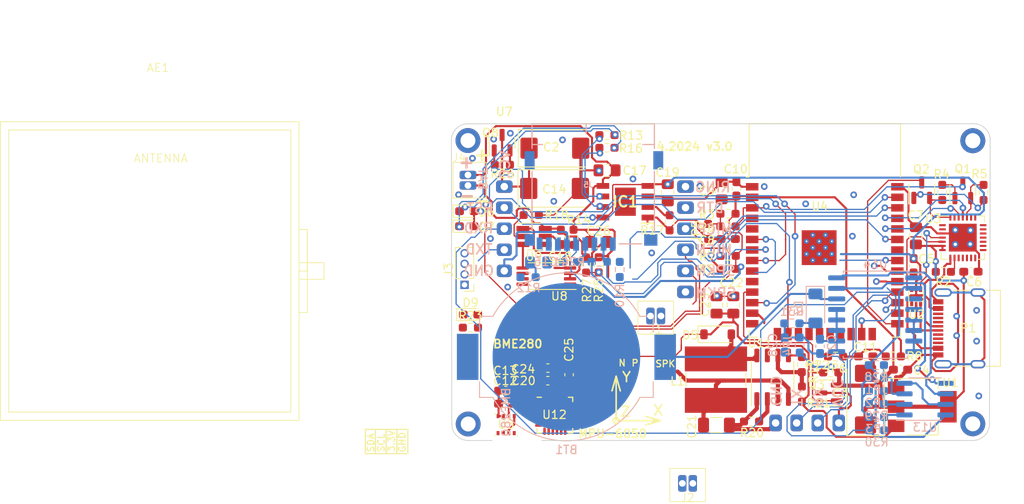
<source format=kicad_pcb>
(kicad_pcb (version 20221018) (generator pcbnew)
  (layers (0 "F.Cu" signal) (31 "B.Cu" signal) (34 "B.Paste" user) (35 "F.Paste" user) (36 "B.SilkS" user "B.Silkscreen") (37 "F.SilkS" user "F.Silkscreen") (38 "B.Mask" user) (39 "F.Mask" user) (44 "Edge.Cuts" user))
  (net 0 "")
  (net 1 "GSM_POWER_SOURSE")
  (net 2 "GND")
  (net 3 "+3.3V")
  (net 4 "+5V")
  (net 5 "Net-(JP5-B)")
  (net 6 "Net-(JP6-A)")
  (net 7 "SDA")
  (net 8 "SCL")
  (net 10 "Net-(P1-D+)")
  (net 11 "Net-(P1-D-)")
  (net 13 "unconnected-(P1-SHIELD-PadS1)")
  (net 14 "Net-(Q1-B)")
  (net 15 "DTS")
  (net 16 "EN")
  (net 17 "Net-(Q2-B)")
  (net 18 "DTR")
  (net 19 "IO0")
  (net 20 "POWER_OF_GPS")
  (net 21 "Net-(Q3-D)")
  (net 22 "Net-(U3-~{RST})")
  (net 23 "Net-(D5-A)")
  (net 24 "TXD")
  (net 25 "RXD")
  (net 26 "Net-(U3-D+)")
  (net 27 "Net-(U3-D-)")
  (net 36 "GPS_TX")
  (net 37 "GPS_RX")
  (net 44 "SEN_VP")
  (net 45 "SEN_VN")
  (net 53 "Net-(J1-Pin_1)")
  (net 54 "Net-(J1-Pin_2)")
  (net 55 "Net-(U9-VCC)")
  (net 57 "MICROSD_MISO")
  (net 58 "Net-(J2-Pin_1)")
  (net 59 "Net-(J2-Pin_2)")
  (net 60 "MICROSD_CLK")
  (net 64 "TXD_GSM")
  (net 65 "RXD_GSM")
  (net 66 "POWER_OF_GSM")
  (net 67 "MICROSD_MOSI")
  (net 68 "MICROSD_CS")
  (net 69 "Net-(IC1-BAT)")
  (net 70 "Net-(J4-Pin_1)")
  (net 71 "Net-(D6-K)")
  (net 72 "Net-(D7-K)")
  (net 73 "Net-(IC1-PROG)")
  (net 74 "Net-(IC1-STDBY)")
  (net 75 "Net-(IC1-CHRG)")
  (net 76 "OD")
  (net 77 "OC")
  (net 78 "Net-(U9-CS)")
  (net 81 "Net-(Q8-D)")
  (net 82 "Net-(U11-OC)")
  (net 83 "Net-(U11-FB)")
  (net 88 "Net-(U12-CPOUT)")
  (net 95 "Net-(U12-REGOUT)")
  (net 96 "BATTERY_VOLTAGE")
  (net 107 "MPU5060_INT")
  (net 108 "RST_GSM")
  (net 111 "Net-(BT1-+)")
  (net 112 "Net-(JP4-A)")
  (net 113 "Net-(D3-A)")
  (net 114 "Net-(JP1-B)")
  (net 115 "Net-(JP2-B)")
  (net 116 "Net-(JP3-B)")
  (net 118 "EXTERNAL_WOKE_UP")
  (net 122 "Net-(D9-A)")
  (net 123 "RED_LED")
  (footprint "Capacitor_SMD:C_0603_1608Metric_Pad1.08x0.95mm_HandSolder" (layer "F.Cu") (at 59.8675 67.98)
    (fp_text reference "C20")
    (fp_text value "100n" hide)
  )
  (footprint "Resistor_SMD:R_0603_1608Metric_Pad0.98x0.95mm_HandSolder" (layer "F.Cu") (at 64.48 54.0325 90)
    (fp_text reference "R27")
    (fp_text value "????" hide)
  )
  (footprint "Package_TO_SOT_SMD:SOT-23" (layer "F.Cu") (at 109.8956 45.0365 90)
    (fp_text reference "Q1")
    (fp_text value "S8050" hide)
  )
  (footprint "Capacitor_SMD:C_0603_1608Metric_Pad1.08x0.95mm_HandSolder" (layer "F.Cu") (at 102.3885 66.6496)
    (fp_text reference "C4")
    (fp_text value "100n" hide)
  )
  (footprint "Resistor_SMD:R_0603_1608Metric_Pad0.98x0.95mm_HandSolder" (layer "F.Cu") (at 84.4277 72.898)
    (fp_text reference "R20")
    (fp_text value "30k" hide)
  )
  (footprint "Capacitor_SMD:C_0603_1608Metric_Pad1.08x0.95mm_HandSolder" (layer "F.Cu") (at 62.43 67.2625 -90)
    (fp_text reference "C25")
    (fp_text value "100n" hide)
  )
  (footprint "Sensor_Motion:InvenSense_QFN-24_4x4mm_P0.5mm" (layer "F.Cu") (at 60.72 72.13)
    (fp_text reference "U12")
    (fp_text value "MPU-6050")
  )
  (footprint "Package_TO_SOT_SMD:SOT-666" (layer "F.Cu") (at 104.267 57.8866 90)
    (fp_text reference "U2")
    (fp_text value "USBLC6-2P6" hide)
  )
  (footprint "Resistor_SMD:R_0603_1608Metric_Pad0.98x0.95mm_HandSolder" (layer "F.Cu") (at 101.5219 65.0494)
    (fp_text reference "R8")
    (fp_text value "470" hide)
  )
  (footprint "Capacitor_SMD:C_1206_3216Metric_Pad1.33x1.80mm_HandSolder" (layer "F.Cu") (at 80.2001 73.3298)
    (fp_text reference "C21")
    (fp_text value "100u" hide)
  )
  (footprint "LED_SMD:LED_0603_1608Metric_Pad1.05x0.95mm_HandSolder" (layer "F.Cu") (at 50.095 49.36)
    (fp_text reference "D7")
    (fp_text value "LED Full blue")
  )
  (footprint "Capacitor_SMD:C_0805_2012Metric_Pad1.18x1.45mm_HandSolder" (layer "F.Cu") (at 74.325 45.3351 -90)
    (fp_text reference "C19")
    (fp_text value "16uF" hide)
  )
  (footprint "Package_LGA:Bosch_LGA-8_2.5x2.5mm_P0.65mm_ClockwisePinNumbering" (layer "F.Cu") (at 54.845 73.275 180)
    (fp_text reference "U5")
    (fp_text value "BME280")
  )
  (footprint "Capacitor_SMD:C_0603_1608Metric_Pad1.08x0.95mm_HandSolder" (layer "F.Cu") (at 54.8075 69.175)
    (fp_text reference "C13")
    (fp_text value "100n" hide)
  )
  (footprint "Resistor_SMD:R_0603_1608Metric_Pad0.98x0.95mm_HandSolder" (layer "F.Cu") (at 54.3875 41.95)
    (fp_text reference "R26")
    (fp_text value "9k" hide)
  )
  (footprint "Resistor_SMD:R_0603_1608Metric_Pad0.98x0.95mm_HandSolder" (layer "F.Cu") (at 94.5575 65.07 180)
    (fp_text reference "JP6")
    (fp_text value "BOOT")
  )
  (footprint "Diode_SMD:D_SOD-123" (layer "F.Cu") (at 80.3425 62.39)
    (fp_text reference "D5")
    (fp_text value "BAT48ZFILM" hide)
  )
  (footprint "Connector_USB:USB_C_Receptacle_G-Switch_GT-USB-7010ASV" (layer "F.Cu") (at 110.6424 61.6712 90)
    (fp_text reference "P1")
    (fp_text value "USB_C_Plug_USB2.0" hide)
  )
  (footprint "Resistor_SMD:R_0603_1608Metric_Pad0.98x0.95mm_HandSolder" (layer "F.Cu") (at 81.5867 49.3776 180)
    (fp_text reference "R6")
    (fp_text value "470" hide)
  )
  (footprint "Capacitor_SMD:C_0603_1608Metric_Pad1.08x0.95mm_HandSolder" (layer "F.Cu") (at 110.8725 54.84)
    (fp_text reference "C6")
    (fp_text value "100n" hide)
  )
  (footprint "Package_DFN_QFN:QFN-28-1EP_5x5mm_P0.5mm_EP3.35x3.35mm" (layer "F.Cu") (at 109.8942 50.7332)
    (fp_text reference "U3")
    (fp_text value "CP2102N-Axx-xQFN28" hide)
  )
  (footprint "Resistor_SMD:R_0603_1608Metric_Pad0.98x0.95mm_HandSolder" (layer "F.Cu") (at 50.5375 61.58)
    (fp_text reference "R23")
    (fp_text value "700")
  )
  (footprint "Resistor_SMD:R_0603_1608Metric_Pad0.98x0.95mm_HandSolder" (layer "F.Cu") (at 81.6121 54.5084 180)
    (fp_text reference "R9")
    (fp_text value "4.7k" hide)
  )
  (footprint "Connector_PinHeader_1.27mm:PinHeader_1x04_P1.27mm_Vertical" (layer "F.Cu") (at 49.83 56.43 180)
    (fp_text reference "J3")
    (fp_text value "I2C")
  )
  (footprint "Capacitor_SMD:C_0805_2012Metric_Pad1.18x1.45mm_HandSolder" (layer "F.Cu") (at 82.23 58.85 90)
    (fp_text reference "C22")
    (fp_text value "22u" hide)
  )
  (footprint "Inductor_SMD:L_Ferrocore_DLG-0703" (layer "F.Cu") (at 80.137 67.8542 90)
    (fp_text reference "L1")
    (fp_text value "3.3uH" hide)
  )
  (footprint "Capacitor_SMD:C_0805_2012Metric_Pad1.18x1.45mm_HandSolder" (layer "F.Cu") (at 80.21 58.85 90)
    (fp_text reference "C23")
    (fp_text value "22u" hide)
  )
  (footprint "Footprint_library:GPS_ANTENNA" (layer "F.Cu") (at 12.8778 30.7594)
    (fp_text reference "AE1")
    (fp_text value "Antenna")
  )
  (footprint "Resistor_SMD:R_0603_1608Metric_Pad0.98x0.95mm_HandSolder" (layer "F.Cu") (at 93.9825 66.99)
    (fp_text reference "R11")
    (fp_text value "9k" hide)
  )
  (footprint "Resistor_SMD:R_0603_1608Metric_Pad0.98x0.95mm_HandSolder" (layer "F.Cu") (at 66.9975 39.9)
    (fp_text reference "R16")
    (fp_text value "1k" hide)
  )
  (footprint "LED_SMD:LED_0603_1608Metric_Pad1.05x0.95mm_HandSolder" (layer "F.Cu") (at 50.545 60.01)
    (fp_text reference "D9")
    (fp_text value "LED")
  )
  (footprint "Capacitor_Tantalum_SMD:CP_EIA-7343-31_Kemet-D" (layer "F.Cu") (at 98.171 70.2056 90)
    (fp_text reference "C3")
    (fp_text value "470u" hide)
  )
  (footprint "Capacitor_SMD:C_0603_1608Metric_Pad1.08x0.95mm_HandSolder" (layer "F.Cu") (at 54.7931 70.7512)
    (fp_text reference "C12")
    (fp_text value "100n" hide)
  )
  (footprint "Package_TO_SOT_SMD:SOT-23" (layer "F.Cu") (at 54.356 39.2915 90)
    (fp_text reference "Q8")
    (fp_text value "FDN358P" hide)
  )
  (footprint "Capacitor_Tantalum_SMD:CP_EIA-7343-31_Kemet-D" (layer "F.Cu") (at 60.6806 44.8056)
    (fp_text reference "C14")
    (fp_text value "470u" hide)
  )
  (footprint "Resistor_SMD:R_0603_1608Metric_Pad0.98x0.95mm_HandSolder" (layer "F.Cu") (at 66.9975 38.376)
    (fp_text reference "R13")
    (fp_text value "1k" hide)
  )
  (footprint "Capacitor_SMD:C_0603_1608Metric_Pad1.08x0.95mm_HandSolder" (layer "F.Cu") (at 81.6113 50.9016 180)
    (fp_text reference "C8")
    (fp_text value "100n" hide)
  )
  (footprint "Footprint_library:JST 1.25" (layer "F.Cu") (at 78.62 80.36 90)
    (fp_text reference "J2")
    (fp_text value "SPK" hide)
  )
  (footprint "Resistor_SMD:R_0603_1608Metric_Pad0.98x0.95mm_HandSolder" (layer "F.Cu") (at 112.395 45.2901 90)
    (fp_text reference "R5")
    (fp_text value "10k" hide)
  )
  (footprint "Resistor_SMD:R_0603_1608Metric_Pad0.98x0.95mm_HandSolder" (layer "F.Cu") (at 107.5525 54.86)
    (fp_text reference "R2")
    (fp_text value "2k" hide)
  )
  (footprint "Footprint_library:SOIC127P600X175-9N" (layer "F.Cu") (at 69.2208 46.4058 180)
    (fp_text reference "IC1")
    (fp_text value "TC4056A" hide)
  )
  (footprint "Package_TO_SOT_SMD:SOT-23-6_Handsoldering" (layer "F.Cu") (at 58.213 50.5968)
    (fp_text reference "U9")
    (fp_text value "DW01A" hide)
  )
  (footprint "Capacitor_SMD:C_0603_1608Metric_Pad1.08x0.95mm_HandSolder" (layer "F.Cu") (at 82.6008 44.8553 90)
    (fp_text reference "C10")
    (fp_text value "100n" hide)
  )
  (footprint "Resistor_SMD:R_0603_1608Metric_Pad0.98x0.95mm_HandSolder" (layer "F.Cu") (at 107.4166 45.2863 -90)
    (fp_text reference "R4")
    (fp_text value "10k" hide)
  )
  (footprint "Capacitor_SMD:C_0805_2012Metric_Pad1.18x1.45mm_HandSolder" (layer "F.Cu") (at 67.0091 42.6212 180)
    (fp_text reference "C17")
    (fp_text value "16uF" hide)
  )
  (footprint "Resistor_SMD:R_0603_1608Metric_Pad0.98x0.95mm_HandSolder" (layer "F.Cu") (at 62.9666 50.6984 -90)
    (fp_text reference "R14")
    (fp_text value "100" hide)
  )
  (footprint "Package_TO_SOT_SMD:SOT-223-3_TabPin2" (layer "F.Cu") (at 105.0036 71.12)
    (fp_text reference "U1")
    (fp_text value "AMS1117-3.3" hide)
  )
  (footprint "Package_TO_SOT_SMD:SOT-23" (layer "F.Cu") (at 93.7791 69.4538 180)
    (fp_text reference "Q3")
    (fp_text value "FDN358P" hide)
  )
  (footprint "Capacitor_SMD:C_0805_2012Metric_Pad1.18x1.45mm_HandSolder" (layer "F.Cu") (at 80.8228 45.0811 90)
    (fp_text reference "C9")
    (fp_text value "22u" hide)
  )
  (footprint "Resistor_SMD:R_0603_1608Metric_Pad0.98x0.95mm_HandSolder" (layer "F.Cu") (at 74.55 48.9439 90)
    (fp_text reference "R17")
    (fp_text value "1200" hide)
  )
  (footprint "Capacitor_SMD:C_0805_2012Metric_Pad1.18x1.45mm_HandSolder" (layer "F.Cu") (at 65.9725 51.25)
    (fp_text reference "C26")
    (fp_text value "22u" hide)
  )
  (footprint "Resistor_SMD:R_0603_1608Metric_Pad0.98x0.95mm_HandSolder" (layer "F.Cu") (at 81.6121 52.9336 180)
    (fp_text reference "R7")
    (fp_text value "4.7k" hide)
  )
  (footprint "Resistor_SMD:R_0603_1608Metric_Pad0.98x0.95mm_HandSolder" (layer "F.Cu") (at 79.19 49.9875 90)
    (fp_text reference "JP5")
    (fp_text value "EN")
  )
  (footprint "Capacitor_SMD:C_0603_1608Metric_Pad1.08x0.95mm_HandSolder" (layer "F.Cu") (at 98.1875 65.05)
    (fp_text reference "C11")
    (fp_text value "100n" hide)
  )
  (footprint "Resistor_SMD:R_0603_1608Metric_Pad0.98x0.95mm_HandSolder" (layer "F.Cu") (at 90.5002 69.5979 -90)
    (fp_text reference "R21")
    (fp_text value "62k" hide)
  )
  (footprint "Footprint_library:SIM800L-CORE" (layer "F.Cu") (at 54.62 42.04)
    (fp_text reference "U7")
    (fp_text value "~")
  )
  (footprint "Capacitor_SMD:C_0603_1608Metric_Pad1.08x0.95mm_HandSolder" (layer "F.Cu") (at 59.8775 66.46)
    (fp_text reference "C24")
    (fp_text value "100n" hide)
  )
  (footprint "Capacitor_Tantalum_SMD:CP_EIA-7343-31_Kemet-D" (layer "F.Cu") (at 60.7197 39.9542)
    (fp_text reference "C2")
    (fp_text value "470u" hide)
  )
  (footprint "Resistor_SMD:R_0603_1608Metric_Pad0.98x0.95mm_HandSolder" (layer "F.Cu") (at 57.8675 48.01 180)
    (fp_text reference "R18")
    (fp_text value "1k" hide)
  )
  (footprint "Package_SO:TSSOP-8_4.4x3mm_P0.65mm" (layer "F.Cu") (at 59.69 55.372 180)
    (fp_text reference "U8")
    (fp_text value "FS8205A" hide)
  )
  (footprint "Resistor_SMD:R_0603_1608Metric_Pad0.98x0.95mm_HandSolder" (layer "F.Cu") (at 81.5867 47.8536 180)
    (fp_text reference "R3")
    (fp_text value "10k" hide)
  )
  (footprint "Resistor_SMD:R_0603_1608Metric_Pad0.98x0.95mm_HandSolder" (layer "F.Cu") (at 90.49 66.0375 -90)
    (fp_text reference "R22")
    (fp_text value "10k" hide)
  )
  (footprint "Package_TO_SOT_SMD:SOT-23" (layer "F.Cu") (at 104.9426 45.0111 90)
    (fp_text reference "Q2")
    (fp_text value "S8050" hide)
  )
  (footprint "Capacitor_SMD:C_0805_2012Metric_Pad1.18x1.45mm_HandSolder" (layer "F.Cu") (at 104.2416 50.5167 90)
    (fp_text reference "C7")
    (fp_text value "47u" hide)
  )
  (footprint "LED_SMD:LED_0603_1608Metric_Pad1.05x0.95mm_HandSolder" (layer "F.Cu") (at 50.105 47.55)
    (fp_text reference "D6")
    (fp_text value "LED Charging red")
  )
  (footprint "Footprint_library:JST 1.25" (layer "F.Cu") (at 50.24 41.91 180)
    (fp_text reference "J4")
    (fp_text value "BATTERY")
  )
  (footprint "Footprint_library:JST 1.25" (layer "F.Cu") (at 74.78 60.18 90)
    (fp_text reference "J1")
    (fp_text value "Mic" hide)
  )
  (footprint "Capacitor_SMD:C_0603_1608Metric_Pad1.08x0.95mm_HandSolder" (layer "F.Cu") (at 103.9622 54.1263 -90)
    (fp_text reference "C5")
    (fp_text value "100n" hide)
  )
  (footprint "Package_SO:SOP-8_3.9x4.9mm_P1.27mm" (layer "F.Cu") (at 86.9696 67.564 90)
    (fp_text reference "U11")
    (fp_text value "FP6298" hide)
  )
  (footprint "Capacitor_SMD:C_0603_1608Metric_Pad1.08x0.95mm_HandSolder" (layer "F.Cu") (at 61.4426 50.6984 90)
    (fp_text reference "C18")
    (fp_text value "100nF" hide)
  )
  (footprint "Resistor_SMD:R_0603_1608Metric_Pad0.98x0.95mm_HandSolder" (layer "F.Cu") (at 66 54.0125 -90)
    (fp_text reference "R25")
    (fp_text value "????" hide)
  )
  (footprint "RF_Module:ESP32-WROOM-32" (layer "F.Cu") (at 93.2564 52.8524)
    (fp_text reference "U4")
    (fp_text value "ESP32-WROOM-32" hide)
  )
  (footprint "Footprint_library:GY_GPS6MV2_module" (layer "F.Cu") (at 114.6452 47.2758 -90)
    (fp_text reference "U6" hide)
    (fp_text value "~")
  )
  (footprint "Resistor_SMD:R_0603_1608Metric_Pad0.98x0.95mm_HandSolder" (layer "B.Cu") (at 99.4875 70.78)
    (fp_text reference "R29")
    (fp_text value "4.7k")
  )
  (footprint "Resistor_SMD:R_0603_1608Metric_Pad0.98x0.95mm_HandSolder" (layer "B.Cu") (at 99.4875 67.64)
    (fp_text reference "JP1")
    (fp_text value "A2")
  )
  (footprint "Package_SO:SOIC-8_3.9x4.9mm_P1.27mm" (layer "B.Cu") (at 105.34 70.2)
    (fp_text reference "U13")
    (fp_text value "AT24CS02-SSHM")
  )
  (footprint "Resistor_SMD:R_0603_1608Metric_Pad0.98x0.95mm_HandSolder" (layer "B.Cu") (at 68.54 54.5725 -90)
    (fp_text reference "R10")
    (fp_text value "10k" hide)
  )
  (footprint "Resistor_SMD:R_0603_1608Metric_Pad0.98x0.95mm_HandSolder" (layer "B.Cu") (at 89.2875 61.07 180)
    (fp_text reference "R31")
    (fp_text value "200")
  )
  (footprint "Capacitor_SMD:C_0603_1608Metric_Pad1.08x0.95mm_HandSolder" (layer "B.Cu") (at 62.567568 53.671855 180)
    (fp_text reference "C16")
    (fp_text value "100nF" hide)
  )
  (footprint "Resistor_SMD:R_0603_1608Metric_Pad0.98x0.95mm_HandSolder" (layer "B.Cu") (at 99.4975 72.37)
    (fp_text reference "JP3")
    (fp_text value "A0")
  )
  (footprint "Capacitor_SMD:C_0603_1608Metric_Pad1.08x0.95mm_HandSolder" (layer "B.Cu") (at 92.69 63.8375 90)
    (fp_text reference "C27")
    (fp_text value "1u")
  )
  (footprint "Resistor_SMD:R_0603_1608Metric_Pad0.98x0.95mm_HandSolder" (layer "B.Cu") (at 99.4775 66.1)
    (fp_text reference "R28")
    (fp_text value "4.7k")
  )
  (footprint "Resistor_SMD:R_0603_1608Metric_Pad0.98x0.95mm_HandSolder" (layer "B.Cu") (at 99.4875 69.22)
    (fp_text reference "JP2")
    (fp_text value "A1")
  )
  (footprint "Diode_SMD:D_MiniMELF" (layer "B.Cu") (at 92.13 59.27 -90)
    (fp_text reference "D3")
    (fp_text value "1N914WT")
  )
  (footprint "Resistor_SMD:R_0603_1608Metric_Pad0.98x0.95mm_HandSolder" (layer "B.Cu") (at 90.23 63.6825 -90)
    (fp_text reference "JP4")
    (fp_text value "RTC ON  R0 0603")
  )
  (footprint "Capacitor_SMD:C_0805_2012Metric_Pad1.18x1.45mm_HandSolder" (layer "B.Cu") (at 58.7525 53.73)
    (fp_text reference "C1")
    (fp_text value "22u" hide)
  )
  (footprint "Package_SO:SOIC-16W_7.5x10.3mm_P1.27mm" (layer "B.Cu") (at 99.34 60.025 180)
    (fp_text reference "U14")
    (fp_text value "DS3231M")
  )
  (footprint "Resistor_SMD:R_0603_1608Metric_Pad0.98x0.95mm_HandSolder" (layer "B.Cu") (at 57.4875 55.5)
    (fp_text reference "R12")
    (fp_text value "10k" hide)
  )
  (footprint "Battery:BatteryHolder_MPD_BC2003_1x2032" (layer "B.Cu") (at 62.11 65.11)
    (fp_text reference "BT1")
    (fp_text value "Battery_Cell")
  )
  (footprint "Resistor_SMD:R_0603_1608Metric_Pad0.98x0.95mm_HandSolder" (layer "B.Cu") (at 66.0675 53.64 180)
    (fp_text reference "R24")
    (fp_text value "10k" hide)
  )
  (footprint "Capacitor_SMD:C_0603_1608Metric_Pad1.08x0.95mm_HandSolder" (layer "B.Cu") (at 88.43 63.6725 -90)
    (fp_text reference "C28")
    (fp_text value "100n")
  )
  (footprint "Resistor_SMD:R_0603_1608Metric_Pad0.98x0.95mm_HandSolder" (layer "B.Cu") (at 99.5075 73.96)
    (fp_text reference "R30")
    (fp_text value "4.7k")
  )
  (footprint "Footprint_library:J_SD_Card-micro_socket_A (1)" (layer "B.Cu") (at 64.464968 44.488145 180)
    (fp_text reference "J5")
    (fp_text value "Micro_SD_Card" hide)
  )
  (gr_circle (center 68.105 72.795) (end 68.458553 72.795) (stroke (width 0.2)) (fill none) (layer "F.SilkS"))
  (gr_line (start 68.105 67.445) (end 67.605 69.195) (stroke (width 0.2)) (layer "F.SilkS"))
  (gr_line (start 39.09 73.86) (end 39.09 76.67) (stroke (width 0.15)) (layer "F.SilkS"))
  (gr_line (start 37.87 76.78) (end 37.87 73.78) (stroke (width 0.15)) (layer "F.SilkS"))
  (gr_line (start 68.105 72.795) (end 73.455 72.795) (stroke (width 0.2)) (layer "F.SilkS"))
  (gr_line (start 68.105 72.795) (end 68.105 67.445) (stroke (width 0.2)) (layer "F.SilkS"))
  (gr_line (start 41.67 73.905) (end 41.67 76.715) (stroke (width 0.15)) (layer "F.SilkS"))
  (gr_line (start 42.99 76.78) (end 42.99 73.85) (stroke (width 0.15)) (layer "F.SilkS"))
  (gr_line (start 73.455 72.795) (end 71.705 73.295) (stroke (width 0.2)) (layer "F.SilkS"))
  (gr_line (start 73.455 72.795) (end 71.705 72.295) (stroke (width 0.2)) (layer "F.SilkS"))
  (gr_line (start 68.105 67.445) (end 68.605 69.195) (stroke (width 0.2)) (layer "F.SilkS"))
  (gr_line (start 42.99 73.85) (end 37.86 73.85) (stroke (width 0.15)) (layer "F.SilkS"))
  (gr_line (start 40.37 73.885) (end 40.37 76.695) (stroke (width 0.15)) (layer "F.SilkS"))
  (gr_line (start 42.99 76.78) (end 37.87 76.78) (stroke (width 0.15)) (layer "F.SilkS"))
  (gr_line (start 113.2 39) (end 113.11 73.18) (stroke (width 0.1)) (layer "Edge.Cuts"))
  (gr_arc (start 48.24 39.01) (mid 48.825786 37.595786) (end 50.24 37.01) (stroke (width 0.1)) (layer "Edge.Cuts"))
  (gr_line (start 48.289975 73.2) (end 48.24 39.01) (stroke (width 0.1)) (layer "Edge.Cuts"))
  (gr_line (start 74.875 75.175) (end 75.875 75.175) (stroke (width 0.1)) (layer "Edge.Cuts"))
  (gr_arc (start 113.11 73.18) (mid 112.521285 74.601285) (end 111.1 75.19) (stroke (width 0.1)) (layer "Edge.Cuts"))
  (gr_line (start 75.875 75.175) (end 111.1 75.19) (stroke (width 0.1)) (layer "Edge.Cuts"))
  (gr_line (start 50.24 37.01) (end 111.2 37) (stroke (width 0.1)) (layer "Edge.Cuts"))
  (gr_arc (start 111.2 37) (mid 112.614214 37.585786) (end 113.2 39) (stroke (width 0.1)) (layer "Edge.Cuts"))
  (gr_line (start 59.16 75.19) (end 74.875 75.175) (stroke (width 0.1)) (layer "Edge.Cuts"))
  (gr_line (start 53.15 75.19) (end 50.29 75.19) (stroke (width 0.1)) (layer "Edge.Cuts"))
  (gr_arc (start 50.29 75.19) (mid 48.87638 74.610691) (end 48.289975 73.2) (stroke (width 0.1)) (layer "Edge.Cuts"))
  (gr_text "BAT" (at 51.43 45.08 270) (layer "B.SilkS") (effects (font (size 1 1)) (justify left bottom mirror)))
  (gr_text "+" (at 51.19 42.49) (layer "B.SilkS") (effects (font (size 1.5 1.5) (thickness 0.3) bold) (justify left bottom mirror)))
  (gr_text "-" (at 51.26 46.52) (layer "B.SilkS") (effects (font (size 1.5 1.5) (thickness 0.3) bold) (justify left bottom mirror)))
  (gr_text "BME280" (at 56.25 63.55) (layer "F.SilkS") (effects (font (size 1 1) (thickness 0.2) bold)))
  (gr_text "N" (at 68.31 66.31) (layer "F.SilkS") (effects (font (size 0.8 0.8)) (justify left bottom)))
  (gr_text "4.2024 v3.0" (at 77.55 39.75) (layer "F.SilkS") (effects (font (size 1 1) (thickness 0.2) bold)))
  (gr_text "GND" (at 42.77 76.72 90) (layer "F.SilkS") (effects (font (size 0.8 0.8)) (justify left bottom)))
  (gr_text "Z" (at 68.53 72.42) (layer "F.SilkS") (effects (font (size 1.2 1.2) (thickness 0.2) bold) (justify left bottom)))
  (gr_text "SCL" (at 40.25 76.67 90) (layer "F.SilkS") (effects (font (size 0.8 0.8)) (justify left bottom)))
  (gr_text "+" (at 50.83 41.59) (layer "F.SilkS") (effects (font (size 1.5 1.5) (thickness 0.3) bold) (justify left bottom)))
  (gr_text "P" (at 69.88 66.32) (layer "F.SilkS") (effects (font (size 0.8 0.8)) (justify left bottom)))
  (gr_text "X" (at 72.48 72.245) (layer "F.SilkS") (effects (font (size 1.2 1.2) (thickness 0.2) bold) (justify left bottom)))
  (gr_text "-" (at 50.89 47.14) (layer "F.SilkS") (effects (font (size 1.5 1.5) (thickness 0.3) bold) (justify left bottom)))
  (gr_text "SPK" (at 72.75 66.41) (layer "F.SilkS") (effects (font (size 0.8 0.8)) (justify left bottom)))
  (gr_text "SDA" (at 39.01 76.69 90) (layer "F.SilkS") (effects (font (size 0.8 0.8)) (justify left bottom)))
  (gr_text "3.3V\n" (at 41.5 76.66 90) (layer "F.SilkS") (effects (font (size 0.8 0.8)) (justify left bottom)))
  (gr_text "Y" (at 68.705 68.245) (layer "F.SilkS") (effects (font (size 1.2 1.2) (thickness 0.2) bold) (justify left bottom)))
  (via (at 111.1 39.05) (size 3) (drill 1.8) (layers "F.Cu" "B.Cu") (net 0))
  (via (at 111.1 39.05) (size 3) (drill 1.8) (layers "F.Cu" "B.Cu") (net 0))
  (via (at 111.1 73.18) (size 3) (drill 1.8) (layers "F.Cu" "B.Cu") (net 0))
  (via (at 50.24 39.03) (size 3) (drill 1.8) (layers "F.Cu" "B.Cu") (net 0))
  (segment (start 52.465 49.897) (end 52.465 46.808085) (width 0.15) (layer "F.Cu") (net 1))
  (segment (start 100.5336 74.74) (end 101.8536 73.42) (width 0.25) (layer "F.Cu") (net 1))
  (segment (start 55.3 43.108) (end 55.372 43.18) (width 0.25) (layer "F.Cu") (net 1))
  (segment (start 52.275 54.889595) (end 52.275 50.087) (width 0.15) (layer "F.Cu") (net 1))
  (segment (start 82.4 60.955) (end 82.7675 61.3225) (width 0.25) (layer "F.Cu") (net 1))
  (segment (start 79.505 62.39) (end 78.6925 62.39) (width 0.25) (layer "F.Cu") (net 1))
  (segment (start 75.169974 65.05) (end 62.435405 65.05) (width 0.15) (layer "F.Cu") (net 1))
  (segment (start 80.94 60.955) (end 79.505 62.39) (width 0.25) (layer "F.Cu") (net 1))
  (segment (start 76.43 62.39) (end 78.6925 62.39) (width 0.15) (layer "F.Cu") (net 1))
  (segment (start 94.61 74.74) (end 100.5336 74.74) (width 0.25) (layer "F.Cu") (net 1))
  (segment (start 82.23 60.785) (end 82.4 60.955) (width 0.25) (layer "F.Cu") (net 1))
  (segment (start 55.306 41.944) (end 55.3 41.95) (width 0.25) (layer "F.Cu") (net 1))
  (segment (start 90.5002 70.7902) (end 91.34 71.63) (width 0.25) (layer "F.Cu") (net 1))
  (segment (start 75.96 64.259974) (end 75.169974 65.05) (width 0.15) (layer "F.Cu") (net 1))
  (segment (start 93.1002 71.63) (end 93.4802 72.01) (width 0.25) (layer "F.Cu") (net 1))
  (segment (start 82.23 59.8875) (end 82.23 60.785) (width 0.25) (layer "F.Cu") (net 1))
  (segment (start 82.7675 62.6175) (end 83.598 63.448) (width 0.25) (layer "F.Cu") (net 1))
  (segment (start 75.96 64.1) (end 75.96 63.72) (width 0.15) (layer "F.Cu") (net 1))
  (segment (start 55.3 41.95) (end 55.3 43.108) (width 0.25) (layer "F.Cu") (net 1))
  (segment (start 91.3002 69.7104) (end 91.3002 64.652205) (width 0.25) (layer "F.Cu") (net 1))
  (segment (start 91.34 71.63) (end 93.1002 71.63) (width 0.25) (layer "F.Cu") (net 1))
  (segment (start 75.96 63.72) (end 75.96 62.86) (width 0.15) (layer "F.Cu") (net 1))
  (segment (start 83.598 63.448) (end 84.992 63.448) (width 0.25) (layer "F.Cu") (net 1))
  (segment (start 90.5002 70.5104) (end 91.3002 69.7104) (width 0.25) (layer "F.Cu") (net 1))
  (segment (start 62.435405 65.05) (end 52.275 54.889595) (width 0.15) (layer "F.Cu") (net 1))
  (segment (start 75.96 64.24241) (end 75.96 64.1) (width 0.15) (layer "F.Cu") (net 1))
  (segment (start 90.436995 63.789) (end 85.333 63.789) (width 0.25) (layer "F.Cu") (net 1))
  (segment (start 52.465 46.808085) (end 52.390879 46.733964) (width 0.15) (layer "F.Cu") (net 1))
  (segment (start 90.5002 70.5104) (end 90.5002 70.7902) (width 0.25) (layer "F.Cu") (net 1))
  (segment (start 80.21 59.8875) (end 82.23 59.8875) (width 0.25) (layer "F.Cu") (net 1))
  (segment (start 82.4 60.955) (end 80.94 60.955) (width 0.25) (layer "F.Cu") (net 1))
  (segment (start 82.7675 61.3225) (end 82.7675 62.6175) (width 0.25) (layer "F.Cu") (net 1))
  (segment (start 75.96 63.72) (end 75.96 64.259974) (width 0.15) (layer "F.Cu") (net 1))
  (segment (start 55.306 40.229) (end 55.306 41.944) (width 0.25) (layer "F.Cu") (net 1))
  (segment (start 93.4802 72.01) (end 93.4802 73.6102) (width 0.25) (layer "F.Cu") (net 1))
  (segment (start 52.275 50.087) (end 52.465 49.897) (width 0.15) (layer "F.Cu") (net 1))
  (segment (start 93.4802 73.6102) (end 94.61 74.74) (width 0.25) (layer "F.Cu") (net 1))
  (segment (start 85.333 63.789) (end 84.992 63.448) (width 0.25) (layer "F.Cu") (net 1))
  (segment (start 91.3002 64.652205) (end 90.436995 63.789) (width 0.25) (layer "F.Cu") (net 1))
  (segment (start 75.96 62.86) (end 76.43 62.39) (width 0.15) (layer "F.Cu") (net 1))
  (via (at 52.390879 46.733964) (size 0.8) (drill 0.4) (layers "F.Cu" "B.Cu") (net 1))
  (via (at 55.372 43.18) (size 0.8) (drill 0.4) (layers "F.Cu" "B.Cu") (net 1))
  (segment (start 52.83138 46.293463) (end 52.83138 44.44938) (width 0.15) (layer "B.Cu") (net 1))
  (segment (start 54.100761 43.18) (end 52.83138 44.44938) (width 0.15) (layer "B.Cu") (net 1))
  (segment (start 55.372 43.18) (end 54.100761 43.18) (width 0.15) (layer "B.Cu") (net 1))
  (segment (start 52.390879 46.733964) (end 52.83138 46.293463) (width 0.15) (layer "B.Cu") (net 1))
  (segment (start 101.85 68.8164) (end 101.85 67.5746) (width 0.5) (layer "F.Cu") (net 2))
  (segment (start 86.578 73.823) (end 82.2558 73.823) (width 0.5) (layer "F.Cu") (net 2))
  (segment (start 82.6008 43.9928) (end 80.8736 43.9928) (width 0.25) (layer "F.Cu") (net 2))
  (segment (start 111.85 52.689) (end 111.85 54.6216) (width 0.25) (layer "F.Cu") (net 2))
  (segment (start 81.85 73.25) (end 81.9298 73.3298) (width 0.5) (layer "F.Cu") (net 2))
  (segment (start 111.85 54.6216) (end 111.7854 54.6862) (width 0.25) (layer "F.Cu") (net 2))
  (segment (start 104.267 60.743) (end 103.98 61.03) (width 0.25) (layer "F.Cu") (net 2))
  (segment (start 55.17 72.25) (end 55.17 71.2368) (width 0.25) (layer "F.Cu") (net 2))
  (segment (start 63.7931 44.8056) (end 63.7931 42.92) (width 0.25) (layer "F.Cu") (net 2))
  (segment (start 88.8746 64.939) (end 90.304 64.939) (width 0.25) (layer "F.Cu") (net 2))
  (segment (start 82.2325 57.8125) (end 80.21 57.8125) (width 0.15) (layer "F.Cu") (net 2))
  (segment (start 80.7488 50.9016) (end 79.1916 50.9016) (width 0.25) (layer "F.Cu") (net 2))
  (segment (start 106.1424 57.6962) (end 106.1424 56.990993) (width 0.25) (layer "F.Cu") (net 2))
  (segment (start 58.78 48.01) (end 60.5887 48.01) (width 0.15) (layer "F.Cu") (net 2))
  (segment (start 85.0646 71.3486) (end 83.5152 72.898) (width 0.5) (layer "F.Cu") (net 2))
  (segment (start 103.35 48.5876) (end 104.2416 49.4792) (width 0.25) (layer "F.Cu") (net 2))
  (segment (start 74.325 46.3726) (end 73.7232 45.7708) (width 0.25) (layer "F.Cu") (net 2))
  (segment (start 104.267 58.8116) (end 104.267 60.743) (width 0.25) (layer "F.Cu") (net 2))
  (segment (start 75.569761 48.635) (end 74.55 49.654761) (width 0.15) (layer "F.Cu") (net 2))
  (segment (start 106.1424 66.332926) (end 106.1424 65.6462) (width 0.25) (layer "F.Cu") (net 2))
  (segment (start 81.7626 73.3298) (end 81.7702 73.3298) (width 0.5) (layer "F.Cu") (net 2))
  (segment (start 77.97 48.875) (end 77.73 48.635) (width 0.25) (layer "F.Cu") (net 2))
  (segment (start 106.8232 50.2332) (end 107.4442 50.2332) (width 0.25) (layer "F.Cu") (net 2))
  (segment (start 106.1424 56.990993) (end 106.833393 56.3) (width 0.25) (layer "F.Cu") (net 2))
  (segment (start 63.7931 42.92) (end 63.7931 39.9933) (width 0.25) (layer "F.Cu") (net 2))
  (segment (start 109.3942 50.2332) (end 109.8942 50.7332) (width 0.25) (layer "F.Cu") (net 2))
  (segment (start 55.17 71.2368) (end 55.6556 70.7512) (width 0.25) (layer "F.Cu") (net 2))
  (segment (start 55.67 70.7368) (end 55.6556 70.7512) (width 0.25) (layer "F.Cu") (net 2))
  (segment (start 74.55 49.654761) (end 74.55 49.8564) (width 0.15) (layer "F.Cu") (net 2))
  (segment (start 87.3252 73.0758) (end 86.578 73.823) (width 0.5) (layer "F.Cu") (net 2))
  (segment (start 110.681 51.52) (end 109.8942 50.7332) (width 0.25) (layer "F.Cu") (net 2))
  (segment (start 83.2104 44.6024) (end 82.6008 43.9928) (width 0.25) (layer "F.Cu") (net 2))
  (segment (start 83.0834 73.3298) (end 83.5152 72.898) (width 0.5) (layer "F.Cu") (net 2))
  (segment (start 63.7931 39.9933) (end 63.8322 39.9542) (width 0.25) (layer "F.Cu") (net 2))
  (segment (start 80.8736 43.9928) (end 80.8228 44.0436) (width 0.25) (layer "F.Cu") (net 2))
  (segment (start 103.35 45.366) (end 103.35 48.5876) (width 0.25) (layer "F.Cu") (net 2))
  (segment (start 106.1424 65.6462) (end 106.9174 64.8712) (width 0.25) (layer "F.Cu") (net 2))
  (segment (start 79.1916 50.9016) (end 79.19 50.9) (width 0.25) (layer "F.Cu") (net 2))
  (segment (start 71.882 49.022) (end 71.882 48.3616) (width 0.25) (layer "F.Cu") (net 2))
  (segment (start 110.79 51.629) (end 111.85 52.689) (width 0.25) (layer "F.Cu") (net 2))
  (segment (start 105.0294 64.8712) (end 103.251 66.6496) (width 0.25) (layer "F.Cu") (net 2))
  (segment (start 98.09 67.08) (end 98.09 67.1741) (width 0.5) (layer "F.Cu") (net 2))
  (segment (start 74.325 46.3726) (end 74.6526 46.045) (width 0.25) (layer "F.Cu") (net 2))
  (segment (start 102.5864 44.6024) (end 103.35 45.366) (width 0.25) (layer "F.Cu") (net 2))
  (segment (start 60.5887 48.01) (end 63.7931 44.8056) (width 0.15) (layer "F.Cu") (net 2))
  (segment (start 106.833393 56.3) (end 108.73 56.3) (width 0.25) (layer "F.Cu") (net 2))
  (segment (start 99.0346 66.2295) (end 98.1841 67.08) (width 0.5) (layer "F.Cu") (net 2))
  (segment (start 107.4442 50.2332) (end 109.3942 50.2332) (width 0.25) (layer "F.Cu") (net 2))
  (segment (start 78.8214 46.045) (end 80.8228 44.0436) (width 0.25) (layer "F.Cu") (net 2))
  (segment (start 73.0044 48.3108) (end 71.9328 48.3108) (width 0.25) (layer "F.Cu") (net 2))
  (segment (start 101.85 67.5746) (end 102.326 67.5746) (width 0.5) (layer "F.Cu") (net 2))
  (segment (start 109.32 65.905326) (end 108.409126 66.8162) (width 0.25) (layer "F.Cu") (net 2))
  (segment (start 84.5064 44.6024) (end 83.2104 44.6024) (width 0.25) (layer "F.Cu") (net 2))
  (segment (start 85.0646 70.189) (end 85.0646 71.3486) (width 0.5) (layer "F.Cu") (net 2))
  (segment (start 82.23 57.8125) (end 82.2275 57.8125) (width 0.15) (layer "F.Cu") (net 2))
  (segment (start 109.32 56.89) (end 109.32 65.905326) (width 0.25) (layer "F.Cu") (net 2))
  (segment (start 73.7232 45.7708) (end 71.9328 45.7708) (width 0.25) (layer "F.Cu") (net 2))
  (segment (start 101.8536 68.82) (end 101.85 68.8164) (width 0.5) (layer "F.Cu") (net 2))
  (segment (start 102.326 67.5746) (end 103.251 66.6496) (width 0.5) (layer "F.Cu") (net 2))
  (segment (start 98.09 67.1741) (end 98.171 67.0931) (width 0.5) (layer "F.Cu") (net 2))
  (segment (start 74.55 49.8564) (end 73.0044 48.3108) (width 0.25) (layer "F.Cu") (net 2))
  (segment (start 77.73 48.635) (end 75.569761 48.635) (width 0.15) (layer "F.Cu") (net 2))
  (segment (start 90.304 64.939) (end 90.49 65.125) (width 0.25) (layer "F.Cu") (net 2))
  (segment (start 82.2558 73.823) (end 81.7626 73.3298) (width 0.5) (layer "F.Cu") (net 2))
  (segment (start 110.79 51.52) (end 110.681 51.52) (width 0.25) (layer "F.Cu") (net 2))
  (segment (start 79.19 50.9) (end 77.97 49.68) (width 0.25) (layer "F.Cu") (net 2))
  (segment (start 99.0346 65.0494) (end 99.0346 66.2295) (width 0.5) (layer "F.Cu") (net 2))
  (segment (start 55.67 69.175) (end 55.67 70.7368) (width 0.25) (layer "F.Cu") (net 2))
  (segment (start 64.0919 42.6212) (end 63.7931 42.92) (width 0.25) (layer "F.Cu") (net 2))
  (segment (start 108.409126 66.8162) (end 106.625674 66.8162) (width 0.25) (layer "F.Cu") (net 2))
  (segment (start 77.97 49.68) (end 77.97 48.875) (width 0.25) (layer "F.Cu") (net 2))
  (segment (start 71.882 48.3616) (end 71.9328 48.3108) (width 0.25) (layer "F.Cu") (net 2))
  (segment (start 82.2275 57.8125) (end 82.28 57.81) (width 0.15) (layer "F.Cu") (net 2))
  (segment (start 106.625674 66.8162) (end 106.1424 66.332926) (width 0.25) (layer "F.Cu") (net 2))
  (segment (start 106.9174 58.4712) (end 106.1424 57.6962) (width 0.25) (layer "F.Cu") (net 2))
  (segment (start 108.99 49.81) (end 109.3942 50.2332) (width 0.25) (layer "F.Cu") (net 2))
  (segment (start 74.6526 46.045) (end 78.8214 46.045) (width 0.25) (layer "F.Cu") (net 2))
  (segment (start 104.2508 49.47) (end 106.06 49.47) (width 0.25) (layer "F.Cu") (net 2))
  (segment (start 82.28 57.81) (end 82.2325 57.8125) (width 0.15) (layer "F.Cu") (net 2))
  (segment (start 102.0064 44.6024) (end 102.5864 44.6024) (width 0.25) (layer "F.Cu") (net 2))
  (segment (start 98.1841 67.08) (end 98.09 67.08) (width 0.5) (layer "F.Cu") (net 2))
  (segment (start 81.7702 73.3298) (end 81.85 73.25) (width 0.5) (layer "F.Cu") (net 2))
  (segment (start 104.2416 49.4792) (end 104.2508 49.47) (width 0.25) (layer "F.Cu") (net 2))
  (segment (start 56.8275 55.047) (end 56.8275 55.697) (width 0.25) (layer "F.Cu") (net 2))
  (segment (start 108.73 56.3) (end 109.32 56.89) (width 0.25) (layer "F.Cu") (net 2))
  (segment (start 106.06 49.47) (end 106.8232 50.2332) (width 0.25) (layer "F.Cu") (net 2))
  (segment (start 65.9716 42.6212) (end 64.0919 42.6212) (width 0.25) (layer "F.Cu") (net 2))
  (segment (start 106.9174 64.8712) (end 105.0294 64.8712) (width 0.25) (layer "F.Cu") (net 2))
  (segment (start 81.9298 73.3298) (end 83.0834 73.3298) (width 0.5) (layer "F.Cu") (net 2))
  (segment (start 110.79 51.52) (end 110.79 51.629) (width 0.25) (layer "F.Cu") (net 2))
  (via (at 78.2 44.51) (size 0.8) (drill 0.4) (layers "F.Cu" "B.Cu") (net 2))
  (via (at 109.15 60.2) (size 0.8) (drill 0.4) (layers "F.Cu" "B.Cu") (net 2))
  (via (at 61.64 38.95) (size 0.8) (drill 0.4) (layers "F.Cu" "B.Cu") (net 2))
  (via (at 111.56 63.21) (size 0.8) (drill 0.4) (layers "F.Cu" "B.Cu") (net 2))
  (via (at 49.11 45.56) (size 0.8) (drill 0.4) (layers "F.Cu" "B.Cu") (net 2))
  (via (at 108.99 49.81) (size 0.8) (drill 0.4) (layers "F.Cu" "B.Cu") (net 2))
  (via (at 110.82 49.84) (size 0.8) (drill 0.4) (layers "F.Cu" "B.Cu") (net 2))
  (via (at 70.13 43.66) (size 0.8) (drill 0.4) (layers "F.Cu" "B.Cu") (net 2))
  (via (at 66.04 42.672) (size 0.8) (drill 0.4) (layers "F.Cu" "B.Cu") (net 2))
  (via (at 96.58 50.56) (size 0.8) (drill 0.4) (layers "F.Cu" "B.Cu") (net 2))
  (via (at 72.39 52.578) (size 0.8) (drill 0.4) (layers "F.Cu" "B.Cu") (net 2))
  (via (at 55.03 56.69) (size 0.8) (drill 0.4) (layers "F.Cu" "B.Cu") (net 2))
  (via (at 85.96 44.58) (size 0.8) (drill 0.4) (layers "F.Cu" "B.Cu") (net 2))
  (via (at 82.28 57.81) (size 0.8) (drill 0.4) (layers "F.Cu" "B.Cu") (net 2))
  (via (at 52.95 50.85) (size 0.8) (drill 0.4) (layers "F.Cu" "B.Cu") (net 2))
  (via (at 53.34 38.862) (size 0.8) (drill 0.4) (layers "F.Cu" "B.Cu") (net 2))
  (via (at 50.78 41.17) (size 0.8) (drill 0.4) (layers "F.Cu" "B.Cu") (net 2))
  (via (at 55.35 38.15) (size 0.8) (drill 0.4) (layers "F.Cu" "B.Cu") (net 2))
  (via (at 111.56 59.5) (size 0.8) (drill 0.4) (layers "F.Cu" "B.Cu") (net 2))
  (via (at 108.99 51.54) (size 0.8) (drill 0.4) (layers "F.Cu" "B.Cu") (net 2))
  (via (at 80.25 57.75) (size 0.8) (drill 0.4) (layers "F.Cu" "B.Cu") (net 2))
  (via (at 90.95 46.6605) (size 0.8) (drill 0.4) (layers "F.Cu" "B.Cu") (net 2))
  (via (at 60.59 46.35) (size 0.8) (drill 0.4) (layers "F.Cu" "B.Cu") (net 2))
  (via (at 109.15 62.55) (size 0.8) (drill 0.4) (layers "F.Cu" "B.Cu") (net 2))
  (via (at 110.79 51.52) (size 0.8) (drill 0.4) (layers "F.Cu" "B.Cu") (net 2))
  (via (at 96.74 45.57) (size 0.8) (drill 0.4) (layers "F.Cu" "B.Cu") (net 2))
  (via (at 111.82 69.82) (size 0.8) (drill 0.4) (layers "F.Cu" "B.Cu") (net 2))
  (segment (start 62.05 50.05) (end 62.186868 50.186868) (width 0.25) (layer "B.Cu") (net 2))
  (segment (start 56.1 52.85) (end 56.1 50.25) (width 0.25) (layer "B.Cu") (net 2))
  (segment (start 62.186868 52.699655) (end 62.186868 51.649655) (width 0.25) (layer "B.Cu") (net 2))
  (segment (start 98.575 67.64) (end 97.7625 68.4525) (width 0.25) (layer "B.Cu") (net 2))
  (segment (start 98.575 69.22) (end 97.7625 70.0325) (width 0.25) (layer "B.Cu") (net 2))
  (segment (start 103.99 60.66) (end 103.99 64.47) (width 0.25) (layer "B.Cu") (net 2))
  (segment (start 92.915 63.2) (end 92.69 62.975) (width 0.25) (layer "B.Cu") (net 2))
  (segment (start 97.7625 68.4525) (end 97.7625 70.23) (width 0.25) (layer "B.Cu") (net 2))
  (segment (start 97.7625 71.5475) (end 98.585 72.37) (width 0.25) (layer "B.Cu") (net 2))
  (segment (start 56.3 50.05) (end 62.05 50.05) (width 0.25) (layer "B.Cu") (net 2))
  (segment (start 97.7625 70.23) (end 97.7625 71.5475) (width 0.25) (layer "B.Cu") (net 2))
  (segment (start 56.1 50.25) (end 56.3 50.05) (width 0.25) (layer "B.Cu") (net 2))
  (segment (start 105.781751 70.835) (end 107.815 70.835) (width 0.25) (layer "B.Cu") (net 2))
  (segment (start 61.705068 53.181455) (end 62.186868 52.699655) (width 0.25) (layer "B.Cu") (net 2))
  (segment (start 105.053375 70.106625) (end 105.781751 70.835) (width 0.25) (layer "B.Cu") (net 2))
  (segment (start 104.265 68.295) (end 105.053375 69.083375) (width 0.25) (layer "B.Cu") (net 2))
  (segment (start 62.186868 50.186868) (end 62.186868 51.649655) (width 0.25) (layer "B.Cu") (net 2))
  (segment (start 94.69 63.2) (end 92.915 63.2) (width 0.25) (layer "B.Cu") (net 2))
  (segment (start 54.62 54.74) (end 54.62 53.43) (width 0.25) (layer "B.Cu") (net 2))
  (segment (start 105.053375 69.083375) (end 105.053375 70.106625) (width 0.25) (layer "B.Cu") (net 2))
  (segment (start 54.62 53.43) (end 54.7 53.35) (width 0.25) (layer "B.Cu") (net 2))
  (segment (start 55.6 53.35) (end 56.1 52.85) (width 0.25) (layer "B.Cu") (net 2))
  (segment (start 61.705068 53.671855) (end 61.705068 53.181455) (width 0.25) (layer "B.Cu") (net 2))
  (segment (start 94.69 59.39) (end 94.69 64.47) (width 0.25) (layer "B.Cu") (net 2))
  (segment (start 102.865 68.295) (end 104.265 68.295) (width 0.25) (layer "B.Cu") (net 2))
  (segment (start 97.7625 70.0325) (end 97.7625 70.23) (width 0.25) (layer "B.Cu") (net 2))
  (segment (start 54.7 53.35) (end 55.6 53.35) (width 0.25) (layer "B.Cu") (net 2))
  (segment (start 104.2416 51.5542) (end 104.4206 51.7332) (width 0.25) (layer "F.Cu") (net 3))
  (segment (start 82.2 46.1186) (end 82.6008 45.7178) (width 0.25) (layer "F.Cu") (net 3))
  (segment (start 110.01 54.84) (end 110.01 55.91) (width 0.25) (layer "F.Cu") (net 3))
  (segment (start 99.96 71.12) (end 101.8536 71.12) (width 0.5) (layer "F.Cu") (net 3))
  (segment (start 106.02 51.7332) (end 107.4442 51.7332) (width 0.25) (layer "F.Cu") (net 3))
  (segment (start 55.17 73.9) (end 55.17 74.3) (width 0.25) (layer "F.Cu") (net 3))
  (segment (start 107.4442 51.7332) (end 107.4442 52.2332) (width 0.25) (layer "F.Cu") (net 3))
  (segment (start 53.87 72.25) (end 54.52 72.25) (width 0.25) (layer "F.Cu") (net 3))
  (segment (start 101.526 66.6496) (end 101.416949 66.6496) (width 0.5) (layer "F.Cu") (net 3))
  (segment (start 99.485949 68.5806) (end 99.96 68.106549) (width 0.5) (layer "F.Cu") (net 3))
  (segment (start 82.5246 54.5084) (end 82.5246 52.9336) (width 0.15) (layer "F.Cu") (net 3))
  (segment (start 101.526 62.656) (end 101.526 66.6496) (width 0.25) (layer "F.Cu") (net 3))
  (segment (start 94.4724 45.8724) (end 95.85 47.25) (width 0.25) (layer "F.Cu") (net 3))
  (segment (start 83.2863 50.451816) (end 82.983498 50.149014) (width 0.15) (layer "F.Cu") (net 3))
  (segment (start 80.8228 46.1186) (end 82.2 46.1186) (width 0.25) (layer "F.Cu") (net 3))
  (segment (start 98.171 73.3181) (end 98.171 71.269) (width 0.5) (layer "F.Cu") (net 3))
  (segment (start 53.9306 72.1894) (end 53.87 72.25) (width 0.25) (layer "F.Cu") (net 3))
  (segment (start 94.7166 68.5038) (end 94.7934 68.5806) (width 0.5) (layer "F.Cu") (net 3))
  (segment (start 82.4992 47.8536) (end 82.4992 45.8194) (width 0.25) (layer "F.Cu") (net 3))
  (segment (start 84.5064 45.8724) (end 94.4724 45.8724) (width 0.25) (layer "F.Cu") (net 3))
  (segment (start 82.6008 45.7178) (end 84.3518 45.7178) (width 0.25) (layer "F.Cu") (net 3))
  (segment (start 110.01 69.2636) (end 108.1536 71.12) (width 0.25) (layer "F.Cu") (net 3))
  (segment (start 80.7742 46.07) (end 80.8228 46.1186) (width 0.25) (layer "F.Cu") (net 3))
  (segment (start 82.983498 50.149014) (end 82.05833 50.149014) (width 0.15) (layer "F.Cu") (net 3))
  (segment (start 53.945 69.175) (end 53.945 70.7368) (width 0.25) (layer "F.Cu") (net 3))
  (segment (start 95.85 56.98) (end 101.526 62.656) (width 0.25) (layer "F.Cu") (net 3))
  (segment (start 98.32 71.12) (end 99.96 71.12) (width 0.5) (layer "F.Cu") (net 3))
  (segment (start 95.85 47.25) (end 95.85 56.98) (width 0.25) (layer "F.Cu") (net 3))
  (segment (start 104.4206 51.7332) (end 106.02 51.7332) (width 0.25) (layer "F.Cu") (net 3))
  (segment (start 55.82 72.25) (end 55.82 73.25) (width 0.25) (layer "F.Cu") (net 3))
  (segment (start 84.3518 45.7178) (end 84.5064 45.8724) (width 0.25) (layer "F.Cu") (net 3))
  (segment (start 53.945 70.7368) (end 53.9306 70.7512) (width 0.25) (layer "F.Cu") (net 3))
  (segment (start 94.98 68.2404) (end 94.7166 68.5038) (width 0.5) (layer "F.Cu") (net 3))
  (segment (start 94.98 66.935) (end 94.98 68.2404) (width 0.5) (layer "F.Cu") (net 3))
  (segment (start 82.5246 52.9336) (end 83.2863 52.1719) (width 0.15) (layer "F.Cu") (net 3))
  (segment (start 101.8536 71.12) (end 108.1536 71.12) (width 0.5) (layer "F.Cu") (net 3))
  (segment (start 101.416949 66.6496) (end 99.96 68.106549) (width 0.5) (layer "F.Cu") (net 3))
  (segment (start 98.171 71.269) (end 98.32 71.12) (width 0.5) (layer "F.Cu") (net 3))
  (segment (start 81.73 48.6228) (end 82.4992 47.8536) (width 0.15) (layer "F.Cu") (net 3))
  (segment (start 53.9306 70.7512) (end 53.9306 72.1894) (width 0.25) (layer "F.Cu") (net 3))
  (segment (start 94.713469 66.99) (end 94.025337 66.301868) (width 0.15) (layer "F.Cu") (net 3))
  (segment (start 55.82 73.25) (end 55.17 73.9) (width 0.25) (layer "F.Cu") (net 3))
  (segment (start 106.64 52.3532) (end 106.02 51.7332) (width 0.25) (layer "F.Cu") (net 3))
  (segment (start 106.64 54.86) (end 106.64 52.3532) (width 0.25) (layer "F.Cu") (net 3))
  (segment (start 110.01 55.91) (end 110.01 69.2636) (width 0.25) (layer "F.Cu") (net 3))
  (segment (start 82.4992 45.8194) (end 82.6008 45.7178) (width 0.25) (layer "F.Cu") (net 3))
  (segment (start 99.96 68.106549) (end 99.96 71.12) (width 0.5) (layer "F.Cu") (net 3))
  (segment (start 94.895 66.99) (end 94.713469 66.99) (width 0.15) (layer "F.Cu") (net 3))
  (segment (start 94.7934 68.5806) (end 99.485949 68.5806) (width 0.5) (layer "F.Cu") (net 3))
  (segment (start 82.05833 50.149014) (end 81.73 49.820684) (width 0.15) (layer "F.Cu") (net 3))
  (segment (start 83.2863 52.1719) (end 83.2863 50.451816) (width 0.15) (layer "F.Cu") (net 3))
  (segment (start 81.73 49.820684) (end 81.73 48.6228) (width 0.15) (layer "F.Cu") (net 3))
  (via (at 83.15 54.25) (size 0.8) (drill 0.4) (layers "F.Cu" "B.Cu") (net 3))
  (via (at 106.62 53.59) (size 0.8) (drill 0.4) (layers "F.Cu" "B.Cu") (net 3))
  (via (at 110.01 55.91) (size 0.8) (drill 0.4) (layers "F.Cu" "B.Cu") (net 3))
  (via (at 94.025337 66.301868) (size 0.8) (drill 0.4) (layers "F.Cu" "B.Cu") (net 3))
  (segment (start 64.386868 52.715055) (end 63.430068 53.671855) (width 0.25) (layer "B.Cu") (net 3))
  (segment (start 91.936868 66.301868) (end 90.23 64.595) (width 0.25) (layer "B.Cu") (net 3))
  (segment (start 58.4 55.5) (end 58.4 54.415) (width 0.25) (layer "B.Cu") (net 3))
  (segment (start 65.155 55.105) (end 65.155 53.64) (width 0.25) (layer "B.Cu") (net 3))
  (segment (start 64.386868 51.649655) (end 64.386868 52.715055) (width 0.25) (layer "B.Cu") (net 3))
  (segment (start 73.459755 55.96) (end 71.540554 57.8792) (width 0.25) (layer "B.Cu") (net 3))
  (segment (start 58.4 54.415) (end 57.715 53.73) (width 0.25) (layer "B.Cu") (net 3))
  (segment (start 65.155 53.64) (end 63.461923 53.64) (width 0.25) (layer "B.Cu") (net 3))
  (segment (start 71.540554 57.8792) (end 67.9292 57.8792) (width 0.25) (layer "B.Cu") (net 3))
  (segment (start 83.005 54.395) (end 83.15 54.25) (width 0.25) (layer "B.Cu") (net 3))
  (segment (start 81.21 55.96) (end 73.459755 55.96) (width 0.25) (layer "B.Cu") (net 3))
  (segment (start 75.694051 55.96) (end 81.21 55.96) (width 0.25) (layer "B.Cu") (net 3))
  (segment (start 94.025337 66.301868) (end 91.936868 66.301868) (width 0.25) (layer "B.Cu") (net 3))
  (segment (start 110.01 55.91) (end 107.01 55.91) (width 0.25) (layer "B.Cu") (net 3))
  (segment (start 107.01 55.91) (end 107 55.9) (width 0.25) (layer "B.Cu") (net 3))
  (segment (start 81.21 55.96) (end 82.095 55.96) (width 0.25) (layer "B.Cu") (net 3))
  (segment (start 63.461923 53.64) (end 63.430068 53.671855) (width 0.25) (layer "B.Cu") (net 3))
  (segment (start 106.62 55.52) (end 106.62 53.59) (width 0.25) (layer "B.Cu") (net 3))
  (segment (start 82.095 55.96) (end 83.005 55.05) (width 0.25) (layer "B.Cu") (net 3))
  (segment (start 83.005 55.05) (end 83.005 54.395) (width 0.25) (layer "B.Cu") (net 3))
  (segment (start 107 55.9) (end 106.62 55.52) (width 0.25) (layer "B.Cu") (net 3))
  (segment (start 67.9292 57.8792) (end 65.155 55.105) (width 0.25) (layer "B.Cu") (net 3))
  (segment (start 104.38 57.69) (end 104.98 57.69) (width 0.25) (layer "F.Cu") (net 4))
  (segment (start 104.267 56.9616) (end 104.267 56.016995) (width 0.25) (layer "F.Cu") (net 4))
  (segment (start 103.217 61.587) (end 104.15 62.52) (width 0.25) (layer "F.Cu") (net 4))
  (segment (start 104.98 57.69) (end 105.2386 57.69) (width 0.25) (layer "F.Cu") (net 4))
  (segment (start 106.0474 59.2712) (end 105.8762 59.1) (width 0.25) (layer "F.Cu") (net 4))
  (segment (start 103.627204 57.69) (end 103.217 58.100204) (width 0.25) (layer "F.Cu") (net 4))
  (segment (start 104.267 56.016995) (end 104.7622 55.521795) (width 0.25) (layer "F.Cu") (net 4))
  (segment (start 105.317 56.239787) (end 105.733394 55.823393) (width 0.25) (layer "F.Cu") (net 4))
  (segment (start 106.9174 59.2712) (end 106.0474 59.2712) (width 0.25) (layer "F.Cu") (net 4))
  (segment (start 108.4 53.9) (end 108.4 53.189) (width 0.25) (layer "F.Cu") (net 4))
  (segment (start 107.6525 54.23) (end 107.9825 53.9) (width 0.25) (layer "F.Cu") (net 4))
  (segment (start 66.5088 48.3108) (end 66.9213 48.3108) (width 0.15) (layer "F.Cu") (net 4))
  (segment (start 50.98 47.55) (end 51.78 47.55) (width 0.25) (layer "F.Cu") (net 4))
  (segment (start 72.136 44.2976) (end 71.9328 44.5008) (width 0.25) (layer "F.Cu") (net 4))
  (segment (start 50.97 49.36) (end 50.97 47.56) (width 0.25) (layer "F.Cu") (net 4))
  (segment (start 67.6893 44.45) (end 67.8043 44.335) (width 0.15) (layer "F.Cu") (net 4))
  (segment (start 104.9 64.0712) (end 106.9174 64.0712) (width 0.25) (layer "F.Cu") (net 4))
  (segment (start 66.9213 48.3108) (end 67.6893 47.5428) (width 0.15) (layer "F.Cu") (net 4))
  (segment (start 74.325 44.2976) (end 72.136 44.2976) (width 0.25) (layer "F.Cu") (net 4))
  (segment (start 67.6893 47.5428) (end 67.6893 44.45) (width 0.15) (layer "F.Cu") (net 4))
  (segment (start 105.317 57.6116) (end 105.317 56.239787) (width 0.25) (layer "F.Cu") (net 4))
  (segment (start 51.78 47.55) (end 51.79 47.54) (width 0.25) (layer "F.Cu") (net 4))
  (segment (start 105.8762 59.1) (end 105.8762 58.269804) (width 0.25) (layer "F.Cu") (net 4))
  (segment (start 103.217 58.100204) (end 103.217 61.587) (width 0.25) (layer "F.Cu") (net 4))
  (segment (start 108.4 53.189) (end 108.3942 53.1832) (width 0.25) (layer "F.Cu") (net 4))
  (segment (start 105.296396 57.69) (end 105.2386 57.69) (width 0.25) (layer "F.Cu") (net 4))
  (segment (start 105.733394 55.823393) (end 107.046607 55.823393) (width 0.25) (layer "F.Cu") (net 4))
  (segment (start 104.7622 55.521795) (end 104.7622 54.0638) (width 0.25) (layer "F.Cu") (net 4))
  (segment (start 104.98 57.69) (end 103.627204 57.69) (width 0.25) (layer "F.Cu") (net 4))
  (segment (start 71.767 44.335) (end 71.9328 44.5008) (width 0.15) (layer "F.Cu") (net 4))
  (segment (start 50.97 47.56) (end 50.98 47.55) (width 0.25) (layer "F.Cu") (net 4))
  (segment (start 107.6525 55.2175) (end 107.6525 54.23) (width 0.25) (layer "F.Cu") (net 4))
  (segment (start 104.15 63.3212) (end 104.9 64.0712) (width 0.25) (layer "F.Cu") (net 4))
  (segment (start 104.15 62.52) (end 104.15 63.3212) (width 0.25) (layer "F.Cu") (net 4))
  (segment (start 104.267 57.577) (end 104.38 57.69) (width 0.25) (layer "F.Cu") (net 4))
  (segment (start 105.8762 58.269804) (end 105.296396 57.69) (width 0.25) (layer "F.Cu") (net 4))
  (segment (start 66.5088 48.3108) (end 65.2708 48.3108) (width 0.15) (layer "F.Cu") (net 4))
  (segment (start 67.8043 44.335) (end 71.767 44.335) (width 0.15) (layer "F.Cu") (net 4))
  (segment (start 104.7622 54.0638) (end 103.9622 53.2638) (width 0.25) (layer "F.Cu") (net 4))
  (segment (start 104.267 56.9616) (end 104.267 57.577) (width 0.25) (layer "F.Cu") (net 4))
  (segment (start 107.9825 53.9) (end 108.4 53.9) (width 0.25) (layer "F.Cu") (net 4))
  (segment (start 107.046607 55.823393) (end 107.6525 55.2175) (width 0.25) (layer "F.Cu") (net 4))
  (segment (start 105.2386 57.69) (end 105.317 57.6116) (width 0.25) (layer "F.Cu") (net 4))
  (via (at 74.325 44.2976) (size 0.8) (drill 0.4) (layers "F.Cu" "B.Cu") (net 4))
  (via (at 65.2708 48.3108) (size 0.8) (drill 0.4) (layers "F.Cu" "B.Cu") (net 4))
  (via (at 51.79 47.54) (size 0.8) (drill 0.4) (layers "F.Cu" "B.Cu") (net 4))
  (via (at 103.9622 53.2638) (size 0.8) (drill 0.4) (layers "F.Cu" "B.Cu") (net 4))
  (segment (start 74.325 44.2976) (end 75.1176 43.505) (width 0.25) (layer "B.Cu") (net 4))
  (segment (start 112.435 47.450305) (end 111.940305 47.945) (width 0.25) (layer "B.Cu") (net 4))
  (segment (start 52.610148 47.54) (end 53.115879 47.034269) (width 0.15) (layer "B.Cu") (net 4))
  (segment (start 51.79 47.54) (end 52.610148 47.54) (width 0.15) (layer "B.Cu") (net 4))
  (segment (start 110.595 43.505) (end 112.435 45.345) (width 0.25) (layer "B.Cu") (net 4))
  (segment (start 75.1176 43.505) (end 110.595 43.505) (width 0.25) (layer "B.Cu") (net 4))
  (segment (start 112.435 45.345) (end 112.435 47.450305) (width 0.25) (layer "B.Cu") (net 4))
  (segment (start 53.115879 46.634172) (end 53.115879 47.034269) (width 0.15) (layer "B.Cu") (net 4))
  (segment (start 103.9622 50.746995) (end 103.9622 53.2638) (width 0.25) (layer "B.Cu") (net 4))
  (segment (start 103.4234 52.725) (end 103.9622 53.2638) (width 0.25) (layer "B.Cu") (net 4))
  (segment (start 57.800749 48.3108) (end 55.534949 46.045) (width 0.15) (layer "B.Cu") (net 4))
  (segment (start 95.195 52.725) (end 103.4234 52.725) (width 0.25) (layer "B.Cu") (net 4))
  (segment (start 55.534949 46.045) (end 53.705051 46.045) (width 0.15) (layer "B.Cu") (net 4))
  (segment (start 111.940305 47.945) (end 106.764195 47.945) (width 0.25) (layer "B.Cu") (net 4))
  (segment (start 65.2708 48.3108) (end 57.800749 48.3108) (width 0.15) (layer "B.Cu") (net 4))
  (segment (start 106.764195 47.945) (end 103.9622 50.746995) (width 0.25) (layer "B.Cu") (net 4))
  (segment (start 53.705051 46.045) (end 53.115879 46.634172) (width 0.15) (layer "B.Cu") (net 4))
  (segment (start 81.6113 50.3147) (end 80.6742 49.3776) (width 0.15) (layer "F.Cu") (net 5))
  (segment (start 80.6742 49.3776) (end 80.6742 47.8536) (width 0.15) (layer "F.Cu") (net 5))
  (segment (start 80.3716 49.075) (end 79.19 49.075) (width 0.15) (layer "F.Cu") (net 5))
  (segment (start 81.6113 50.9) (end 81.6113 50.3147) (width 0.15) (layer "F.Cu") (net 5))
  (segment (start 80.6742 49.3776) (end 80.3716 49.075) (width 0.15) (layer "F.Cu") (net 5))
  (segment (start 82.4738 50.9016) (end 81.6129 50.9016) (width 0.15) (layer "F.Cu") (net 5))
  (segment (start 100 64.44) (end 99.8094 64.2494) (width 0.25) (layer "F.Cu") (net 6))
  (segment (start 99.8094 64.2494) (end 98.1096 64.2494) (width 0.25) (layer "F.Cu") (net 6))
  (segment (start 95.47 65.07) (end 97.305 65.07) (width 0.25) (layer "F.Cu") (net 6))
  (segment (start 97.305 65.07) (end 97.325 65.05) (width 0.25) (layer "F.Cu") (net 6))
  (segment (start 98.1096 64.2494) (end 97.3096 65.0494) (width 0.25) (layer "F.Cu") (net 6))
  (segment (start 100.6094 65.0494) (end 100 64.44) (width 0.25) (layer "F.Cu") (net 6))
  (segment (start 105.828 67.86) (end 104.446599 66.478599) (width 0.25) (layer "F.Cu") (net 7))
  (segment (start 100.6124 50.9524) (end 100.57 50.91) (width 0.25) (layer "F.Cu") (net 7))
  (segment (start 106.22 67.86) (end 105.828 67.86) (width 0.25) (layer "F.Cu") (net 7))
  (segment (start 102.0064 50.9524) (end 100.6124 50.9524) (width 0.15) (layer "F.Cu") (net 7))
  (via (at 104.446599 66.478599) (size 0.8) (drill 0.4) (layers "F.Cu" "B.Cu") (net 7))
  (via (at 80.5945 52.84228) (size 0.8) (drill 0.4) (layers "F.Cu" "B.Cu") (net 7))
  (via (at 106.22 67.86) (size 0.8) (drill 0.4) (layers "F.Cu" "B.Cu") (net 7))
  (via (at 100.57 50.91) (size 0.8) (drill 0.4) (layers "F.Cu" "B.Cu") (net 7))
  (segment (start 70.650406 55.73) (end 70.1 55.73) (width 0.15) (layer "B.Cu") (net 7))
  (segment (start 105.34 56.503249) (end 105.34 65.585198) (width 0.25) (layer "B.Cu") (net 7))
  (segment (start 105.34 65.585198) (end 104.446599 66.478599) (width 0.25) (layer "B.Cu") (net 7))
  (segment (start 94.69 56.85) (end 100.149314 56.85) (width 0.25) (layer "B.Cu") (net 7))
  (segment (start 80.5945 52.84228) (end 80.5945 51.6255) (width 0.15) (layer "B.Cu") (net 7))
  (segment (start 100.774314 56.225) (end 105.061751 56.225) (width 0.25) (layer "B.Cu") (net 7))
  (segment (start 98.245 48.585) (end 100.57 50.91) (width 0.15) (layer "B.Cu") (net 7))
  (segment (start 79.91178 53.525) (end 79.255 53.525) (width 0.15) (layer "B.Cu") (net 7))
  (segment (start 77.739 51.554) (end 77.36 51.175) (width 0.15) (layer "B.Cu") (net 7))
  (segment (start 77.739 52.009) (end 77.739 51.554) (width 0.15) (layer "B.Cu") (net 7))
  (segment (start 100.149314 56.85) (end 100.774314 56.225) (width 0.25) (layer "B.Cu") (net 7))
  (segment (start 75.205406 51.175) (end 70.650406 55.73) (width 0.15) (layer "B.Cu") (net 7))
  (segment (start 77.36 51.175) (end 75.205406 51.175) (width 0.15) (layer "B.Cu") (net 7))
  (segment (start 105.061751 56.225) (end 105.34 56.503249) (width 0.25) (layer "B.Cu") (net 7))
  (segment (start 83.635 48.585) (end 98.245 48.585) (width 0.15) (layer "B.Cu") (net 7))
  (segment (start 106.655 68.295) (end 106.22 67.86) (width 0.25) (layer "B.Cu") (net 7))
  (segment (start 107.815 68.295) (end 106.655 68.295) (width 0.25) (layer "B.Cu") (net 7))
  (segment (start 80.5945 51.6255) (end 83.635 48.585) (width 0.15) (layer "B.Cu") (net 7))
  (segment (start 80.5945 52.84228) (end 79.91178 53.525) (width 0.15) (layer "B.Cu") (net 7))
  (segment (start 79.255 53.525) (end 77.739 52.009) (width 0.15) (layer "B.Cu") (net 7))
  (segment (start 79.55 52.85) (end 79.55 53.3588) (width 0.25) (layer "F.Cu") (net 8))
  (segment (start 79.55 53.3588) (end 80.6996 54.5084) (width 0.25) (layer "F.Cu") (net 8))
  (segment (start 100.5124 47.1424) (end 100.5 47.13) (width 0.25) (layer "F.Cu") (net 8))
  (segment (start 102.0064 47.1424) (end 100.5124 47.1424) (width 0.15) (layer "F.Cu") (net 8))
  (via (at 79.55 52.85) (size 0.8) (drill 0.4) (layers "F.Cu" "B.Cu") (net 8))
  (via (at 100.5 47.13) (size 0.8) (drill 0.4) (layers "F.Cu" "B.Cu") (net 8))
  (segment (start 83.415 48.135) (end 99.495 48.135) (width 0.15) (layer "B.Cu") (net 8))
  (segment (start 99.495 48.135) (end 100.5 47.13) (width 0.15) (layer "B.Cu") (net 8))
  (segment (start 74.005 50.685) (end 80.865 50.685) (width 0.15) (layer "B.Cu") (net 8))
  (segment (start 106.515 69.565) (end 105.49 68.54) (width 0.25) (layer "B.Cu") (net 8))
  (segment (start 70.665 50.035) (end 73.355 50.035) (width 0.15) (layer "B.Cu") (net 8))
  (segment (start 81.595 49.955) (end 83.415 48.135) (width 0.15) (layer "B.Cu") (net 8))
  (segment (start 101.2 54.955) (end 100.86 55.295) (width 0.25) (layer "B.Cu") (net 8))
  (segment (start 95.31 55.44) (end 95.455 55.295) (width 0.25) (layer "B.Cu") (net 8))
  (segment (start 80.42 51.13) (end 80.785 50.765) (width 0.15) (layer "B.Cu") (net 8))
  (segment (start 80.865 50.685) (end 81.595 49.955) (width 0.15) (layer "B.Cu") (net 8))
  (segment (start 105.265 54.955) (end 101.2 54.955) (width 0.25) (layer "B.Cu") (net 8))
  (segment (start 105.49 67.564695) (end 106.03 67.024694) (width 0.25) (layer "B.Cu") (net 8))
  (segment (start 106 55.69) (end 105.265 54.955) (width 0.25) (layer "B.Cu") (net 8))
  (segment (start 79.55 52) (end 80.785 50.765) (width 0.15) (layer "B.Cu") (net 8))
  (segment (start 105.49 68.54) (end 105.49 67.564695) (width 0.25) (layer "B.Cu") (net 8))
  (segment (start 80.785 50.765) (end 81.595 49.955) (width 0.15) (layer "B.Cu") (net 8))
  (segment (start 106.03 67.024694) (end 106.03 58.77) (width 0.25) (layer "B.Cu") (net 8))
  (segment (start 79.55 52.85) (end 79.55 52) (width 0.15) (layer "B.Cu") (net 8))
  (segment (start 107.815 69.565) (end 106.515 69.565) (width 0.25) (layer "B.Cu") (net 8))
  (segment (start 95.455 55.295) (end 100.86 55.295) (width 0.25) (layer "B.Cu") (net 8))
  (segment (start 69.79 54.391695) (end 69.79 50.91) (width 0.15) (layer "B.Cu") (net 8))
  (segment (start 106.03 58.77) (end 106 58.74) (width 0.25) (layer "B.Cu") (net 8))
  (segment (start 106 58.74) (end 106 55.69) (width 0.25) (layer "B.Cu") (net 8))
  (segment (start 73.355 50.035) (end 74.005 50.685) (width 0.15) (layer "B.Cu") (net 8))
  (segment (start 69.79 50.91) (end 70.665 50.035) (width 0.15) (layer "B.Cu") (net 8))
  (segment (start 104.8045 61.7245) (end 104.8045 58.7366) (width 0.25) (layer "F.Cu") (net 10))
  (segment (start 105.0012 61.9212) (end 104.8045 61.7245) (width 0.25) (layer "F.Cu") (net 10))
  (segment (start 106.9174 61.9212) (end 105.0012 61.9212) (width 0.25) (layer "F.Cu") (net 10))
  (segment (start 103.7295 58.7366) (end 103.7295 58.2241) (width 0.25) (layer "F.Cu") (net 11))
  (segment (start 105.36 58.39) (end 105.36 60.7838) (width 0.25) (layer "F.Cu") (net 11))
  (segment (start 105.36 60.7838) (end 105.9974 61.4212) (width 0.25) (layer "F.Cu") (net 11))
  (segment (start 105.1316 58.1616) (end 105.36 58.39) (width 0.25) (layer "F.Cu") (net 11))
  (segment (start 103.7295 58.2241) (end 103.792 58.1616) (width 0.25) (layer "F.Cu") (net 11))
  (segment (start 103.792 58.1616) (end 105.1316 58.1616) (width 0.25) (layer "F.Cu") (net 11))
  (segment (start 105.9974 61.4212) (end 106.9174 61.4212) (width 0.25) (layer "F.Cu") (net 11))
  (segment (start 107.526639 57.3512) (end 107.5174 57.3512) (width 0.15) (layer "F.Cu") (net 13))
  (segment (start 107.5174 65.9912) (end 107.526639 65.9912) (width 0.15) (layer "F.Cu") (net 13))
  (segment (start 112.5 65.2086) (end 111.7174 65.9912) (width 0.25) (layer "F.Cu") (net 13))
  (segment (start 111.7174 57.4674) (end 112.5 58.25) (width 0.25) (layer "F.Cu") (net 13))
  (segment (start 112.5 58.25) (end 112.5 65.2086) (width 0.25) (layer "F.Cu") (net 13))
  (segment (start 111.7174 57.3512) (end 111.7174 57.4674) (width 0.25) (layer "F.Cu") (net 13))
  (segment (start 107.5174 65.9912) (end 111.7174 65.9912) (width 0.25) (layer "B.Cu") (net 13))
  (segment (start 107.5174 57.3512) (end 111.7174 57.3512) (width 0.25) (layer "B.Cu") (net 13))
  (segment (start 108.9456 44.7256) (end 108.5938 44.3738) (width 0.15) (layer "F.Cu") (net 14))
  (segment (start 108.5938 44.3738) (end 107.4166 44.3738) (width 0.15) (layer "F.Cu") (net 14))
  (segment (start 108.9456 45.974) (end 108.9456 44.7256) (width 0.15) (layer "F.Cu") (net 14))
  (segment (start 110.3942 47.6958) (end 110.3942 48.2832) (width 0.15) (layer "F.Cu") (net 15))
  (segment (start 110.8456 45.974) (end 110.86 45.9884) (width 0.25) (layer "F.Cu") (net 15))
  (segment (start 112.395 44.3776) (end 111.1224 44.3776) (width 0.15) (layer "F.Cu") (net 15))
  (segment (start 111.1224 44.3776) (end 110.8456 44.6544) (width 0.15) (layer "F.Cu") (net 15))
  (segment (start 110.8456 44.6544) (end 110.8456 45.974) (width 0.15) (layer "F.Cu") (net 15))
  (segment (start 110.86 47.23) (end 110.3942 47.6958) (width 0.15) (layer "F.Cu") (net 15))
  (segment (start 110.86 45.9884) (end 110.86 47.23) (width 0.15) (layer "F.Cu") (net 15))
  (segment (start 82.4992 49.3776) (end 83.4314 48.4454) (width 0.15) (layer "F.Cu") (net 16))
  (segment (start 83.4314 48.4454) (end 83.4314 47.2174) (width 0.15) (layer "F.Cu") (net 16))
  (segment (start 109.86 44.61) (end 109.86 44.1346) (width 0.25) (layer "F.Cu") (net 16))
  (segment (start 86.0176 47.1424) (end 86.2 46.96) (width 0.25) (layer "F.Cu") (net 16))
  (segment (start 83.5064 47.1424) (end 84.5064 47.1424) (width 0.15) (layer "F.Cu") (net 16))
  (segment (start 109.86 44.1346) (end 109.8956 44.099) (width 0.25) (layer "F.Cu") (net 16))
  (segment (start 84.5064 47.1424) (end 86.0176 47.1424) (width 0.15) (layer "F.Cu") (net 16))
  (segment (start 83.4314 47.2174) (end 83.5064 47.1424) (width 0.15) (layer "F.Cu") (net 16))
  (via (at 86.2 46.96) (size 0.8) (drill 0.4) (layers "F.Cu" "B.Cu") (net 16))
  (via (at 109.86 44.61) (size 0.8) (drill 0.4) (layers "F.Cu" "B.Cu") (net 16))
  (segment (start 100.745 44.61) (end 98.02 47.335) (width 0.15) (layer "B.Cu") (net 16))
  (segment (start 86.575 47.335) (end 86.2 46.96) (width 0.15) (layer "B.Cu") (net 16))
  (segment (start 109.86 44.61) (end 100.745 44.61) (width 0.15) (layer "B.Cu") (net 16))
  (segment (start 98.02 47.335) (end 86.575 47.335) (width 0.15) (layer "B.Cu") (net 16))
  (segment (start 112.395 46.2026) (end 112.395 46.465) (width 0.25) (layer "F.Cu") (net 17))
  (segment (start 112.395 46.465) (end 111.71 47.15) (width 0.15) (layer "F.Cu") (net 17))
  (segment (start 104.78 45.5255) (end 104.4157 45.5255) (width 0.25) (layer "F.Cu") (net 17))
  (segment (start 104.4157 45.5255) (end 103.9926 45.9486) (width 0.15) (layer "F.Cu") (net 17))
  (via (at 104.78 45.5255) (size 0.8) (drill 0.4) (layers "F.Cu" "B.Cu") (net 17))
  (via (at 111.71 47.15) (size 0.8) (drill 0.4) (layers "F.Cu" "B.Cu") (net 17))
  (segment (start 110.0855 45.5255) (end 104.78 45.5255) (width 0.15) (layer "B.Cu") (net 17))
  (segment (start 111.71 47.15) (end 110.0855 45.5255) (width 0.15) (layer "B.Cu") (net 17))
  (segment (start 105.98 46.036) (end 105.98 47.81) (width 0.15) (layer "F.Cu") (net 18))
  (segment (start 105.98 47.81) (end 106.45 48.28) (width 0.15) (layer "F.Cu") (net 18))
  (segment (start 105.8926 45.9486) (end 105.98 46.036) (width 0.25) (layer "F.Cu") (net 18))
  (segment (start 107.4166 46.1988) (end 106.1428 46.1988) (width 0.15) (layer "F.Cu") (net 18))
  (segment (start 108.391 48.28) (end 108.3942 48.2832) (width 0.25) (layer "F.Cu") (net 18))
  (segment (start 106.1428 46.1988) (end 105.8926 45.9486) (width 0.25) (layer "F.Cu") (net 18))
  (segment (start 106.45 48.28) (end 108.391 48.28) (width 0.15) (layer "F.Cu") (net 18))
  (segment (start 100.6124 61.1124) (end 102.0064 61.1124) (width 0.15) (layer "F.Cu") (net 19))
  (segment (start 104.9426 44.0736) (end 104.6964 43.8274) (width 0.25) (layer "F.Cu") (net 19))
  (segment (start 102.0064 62.7) (end 102.0064 61.1124) (width 0.25) (layer "F.Cu") (net 19))
  (segment (start 100.9314 43.8274) (end 98.42 46.3388) (width 0.15) (layer "F.Cu") (net 19))
  (segment (start 98.42 58.92) (end 100.6124 61.1124) (width 0.15) (layer "F.Cu") (net 19))
  (segment (start 102.4344 65.0494) (end 102.4344 63.128) (width 0.25) (layer "F.Cu") (net 19))
  (segment (start 98.42 46.3388) (end 98.42 58.92) (width 0.15) (layer "F.Cu") (net 19))
  (segment (start 102.4344 63.128) (end 102.0064 62.7) (width 0.25) (layer "F.Cu") (net 19))
  (segment (start 104.6964 43.8274) (end 100.9314 43.8274) (width 0.15) (layer "F.Cu") (net 19))
  (segment (start 83.48 62.59) (end 83.938 63.048) (width 0.15) (layer "F.Cu") (net 20))
  (segment (start 85.498686 63.389) (end 91.48 63.389) (width 0.15) (layer "F.Cu") (net 20))
  (segment (start 92.1742 70.4038) (end 94.7166 70.4038) (width 0.15) (layer "F.Cu") (net 20))
  (segment (start 91.7791 66.76) (end 91.7791 70.0087) (width 0.15) (layer "F.Cu") (net 20))
  (segment (start 83.938 63.048) (end 85.157686 63.048) (width 0.15) (layer "F.Cu") (net 20))
  (segment (start 91.7791 63.6881) (end 91.7791 64.82) (width 0.15) (layer "F.Cu") (net 20))
  (segment (start 84.5064 57.3024) (end 83.6064 57.3024) (width 0.15) (layer "F.Cu") (net 20))
  (segment (start 83.48 57.4288) (end 83.48 62.59) (width 0.15) (layer "F.Cu") (net 20))
  (segment (start 85.157686 63.048) (end 85.498686 63.389) (width 0.15) (layer "F.Cu") (net 20))
  (segment (start 91.7791 64.82) (end 91.7791 66.76) (width 0.15) (layer "F.Cu") (net 20))
  (segment (start 91.7791 70.0087) (end 92.1742 70.4038) (width 0.15) (layer "F.Cu") (net 20))
  (segment (start 91.48 63.389) (end 91.7791 63.6881) (width 0.15) (layer "F.Cu") (net 20))
  (segment (start 83.6064 57.3024) (end 83.48 57.4288) (width 0.15) (layer "F.Cu") (net 20))
  (segment (start 93.07 66.99) (end 92.0091 66.99) (width 0.25) (layer "F.Cu") (net 20))
  (segment (start 92.0091 66.99) (end 91.7791 66.76) (width 0.25) (layer "F.Cu") (net 20))
  (segment (start 92.8416 69.4538) (end 95.9738 69.4538) (width 0.25) (layer "F.Cu") (net 21))
  (segment (start 95.9738 69.4538) (end 96.39 69.87) (width 0.25) (layer "F.Cu") (net 21))
  (segment (start 96.06 71.3) (end 95.16 71.3) (width 0.25) (layer "F.Cu") (net 21))
  (segment (start 94.96 71.5) (end 94.96 73.061) (width 0.25) (layer "F.Cu") (net 21))
  (segment (start 94.96 73.061) (end 94.9452 73.0758) (width 0.25) (layer "F.Cu") (net 21))
  (segment (start 95.16 71.3) (end 94.96 71.5) (width 0.25) (layer "F.Cu") (net 21))
  (segment (start 96.39 69.87) (end 96.39 70.97) (width 0.25) (layer "F.Cu") (net 21))
  (segment (start 96.39 70.97) (end 96.06 71.3) (width 0.25) (layer "F.Cu") (net 21))
  (segment (start 108.8942 53.1832) (end 108.8942 54.4308) (width 0.15) (layer "F.Cu") (net 22))
  (segment (start 108.8942 54.4308) (end 108.465 54.86) (width 0.15) (layer "F.Cu") (net 22))
  (segment (start 84.6494 65.3542) (end 80.137 65.3542) (width 0.5) (layer "F.Cu") (net 23))
  (segment (start 85.0646 64.939) (end 85.0538 64.939) (width 0.5) (layer "F.Cu") (net 23))
  (segment (start 85.0646 64.939) (end 84.6494 65.3542) (width 0.5) (layer "F.Cu") (net 23))
  (segment (start 81.9925 63.7475) (end 81.9925 62.39) (width 0.5) (layer "F.Cu") (net 23))
  (segment (start 80.3858 65.3542) (end 81.9925 63.7475) (width 0.5) (layer "F.Cu") (net 23))
  (segment (start 80.137 65.3542) (end 80.3858 65.3542) (width 0.5) (layer "F.Cu") (net 23))
  (segment (start 109.8942 47.171202) (end 109.907701 47.157701) (width 0.25) (layer "F.Cu") (net 24))
  (segment (start 100.54 48.34) (end 101.934 48.34) (width 0.15) (layer "F.Cu") (net 24))
  (segment (start 109.8942 48.2832) (end 109.8942 47.171202) (width 0.25) (layer "F.Cu") (net 24))
  (segment (start 101.934 48.34) (end 102.0064 48.4124) (width 0.25) (layer "F.Cu") (net 24))
  (via (at 109.907701 47.157701) (size 0.8) (drill 0.4) (layers "F.Cu" "B.Cu") (net 24))
  (via (at 100.54 48.34) (size 0.8) (drill 0.4) (layers "F.Cu" "B.Cu") (net 24))
  (segment (start 109.907701 46.677701) (end 109.907701 47.157701) (width 0.15) (layer "B.Cu") (net 24))
  (segment (start 100.54 48.34) (end 104.57 48.34) (width 0.15) (layer "B.Cu") (net 24))
  (segment (start 109.48 46.25) (end 109.907701 46.677701) (width 0.15) (layer "B.Cu") (net 24))
  (segment (start 104.57 48.34) (end 106.66 46.25) (width 0.15) (layer "B.Cu") (net 24))
  (segment (start 106.66 46.25) (end 109.48 46.25) (width 0.15) (layer "B.Cu") (net 24))
  (segment (start 109.3942 48.2832) (end 109.3942 47.835192) (width 0.15) (layer "F.Cu") (net 25))
  (segment (start 100.56 49.65) (end 101.974 49.65) (width 0.15) (layer "F.Cu") (net 25))
  (segment (start 108.779008 47.22) (end 108.43 47.22) (width 0.25) (layer "F.Cu") (net 25))
  (segment (start 109.3942 47.835192) (end 108.779008 47.22) (width 0.15) (layer "F.Cu") (net 25))
  (segment (start 101.974 49.65) (end 102.0064 49.6824) (width 0.25) (layer "F.Cu") (net 25))
  (via (at 100.56 49.65) (size 0.8) (drill 0.4) (layers "F.Cu" "B.Cu") (net 25))
  (via (at 108.43 47.22) (size 0.8) (drill 0.4) (layers "F.Cu" "B.Cu") (net 25))
  (segment (start 103.9 49.65) (end 106.33 47.22) (width 0.15) (layer "B.Cu") (net 25))
  (segment (start 106.33 47.22) (end 108.43 47.22) (width 0.15) (layer "B.Cu") (net 25))
  (segment (start 100.56 49.65) (end 103.9 49.65) (width 0.15) (layer "B.Cu") (net 25))
  (segment (start 104.8045 57.0366) (end 104.8045 56.115891) (width 0.15) (layer "F.Cu") (net 26))
  (segment (start 104.8045 56.115891) (end 105.484555 55.435836) (width 0.15) (layer "F.Cu") (net 26))
  (segment (start 105.484555 55.435836) (end 105.484555 54.008078) (width 0.15) (layer "F.Cu") (net 26))
  (segment (start 107.4442 50.7332) (end 106.0787 50.7332) (width 0.15) (layer "F.Cu") (net 26))
  (segment (start 106.0787 50.7332) (end 105.54 50.1945) (width 0.15) (layer "F.Cu") (net 26))
  (via (at 105.484555 54.008078) (size 0.8) (drill 0.4) (layers "F.Cu" "B.Cu") (net 26))
  (via (at 105.54 50.1945) (size 0.8) (drill 0.4) (layers "F.Cu" "B.Cu") (net 26))
  (segment (start 105.54 50.1945) (end 105.54 53.952633) (width 0.15) (layer "B.Cu") (net 26))
  (segment (start 105.54 53.952633) (end 105.484555 54.008078) (width 0.25) (layer "B.Cu") (net 26))
  (segment (start 104.4 50.64) (end 104.953073 50.64) (width 0.15) (layer "F.Cu") (net 27))
  (segment (start 103.7295 57.0366) (end 103.1622 56.4693) (width 0.15) (layer "F.Cu") (net 27))
  (segment (start 106.996192 51.2332) (end 107.4442 51.2332) (width 0.25) (layer "F.Cu") (net 27))
  (segment (start 104.953073 50.64) (end 105.546273 51.2332) (width 0.15) (layer "F.Cu") (net 27))
  (segment (start 103.530127 50.64) (end 104.4 50.64) (width 0.15) (layer "F.Cu") (net 27))
  (segment (start 103.1622 51.007927) (end 103.530127 50.64) (width 0.15) (layer "F.Cu") (net 27))
  (segment (start 103.1622 56.4693) (end 103.1622 51.007927) (width 0.15) (layer "F.Cu") (net 27))
  (segment (start 105.546273 51.2332) (end 107.4442 51.2332) (width 0.15) (layer "F.Cu") (net 27))
  (segment (start 100.62 59.42) (end 101.4676 58.5724) (width 0.15) (layer "F.Cu") (net 36))
  (segment (start 101.4676 58.5724) (end 102.0064 58.5724) (width 0.25) (layer "F.Cu") (net 36))
  (via (at 100.62 59.42) (size 0.8) (drill 0.4) (layers "F.Cu" "B.Cu") (net 36))
  (segment (start 99.199526 57.67) (end 100.822254 57.67) (width 0.15) (layer "B.Cu") (net 36))
  (segment (start 95.97 65.330013) (end 96.240013 65.06) (width 0.15) (layer "B.Cu") (net 36))
  (segment (start 95.275026 71.12) (end 95.97 70.425026) (width 0.15) (layer "B.Cu") (net 36))
  (segment (start 91.821 71.12) (end 94.3 71.12) (width 0.15) (layer "B.Cu") (net 36))
  (segment (start 96.240013 64.634987) (end 96.675 64.2) (width 0.15) (layer "B.Cu") (net 36))
  (segment (start 95.97 70.425026) (end 95.97 65.330013) (width 0.15) (layer "B.Cu") (net 36))
  (segment (start 100.822254 57.67) (end 101.365 58.212746) (width 0.15) (layer "B.Cu") (net 36))
  (segment (start 89.8652 73.0758) (end 91.821 71.12) (width 0.15) (layer "B.Cu") (net 36))
  (segment (start 101.365 58.212746) (end 101.365 58.675) (width 0.15) (layer "B.Cu") (net 36))
  (segment (start 99.085026 57.67) (end 99.31 57.67) (width 0.15) (layer "B.Cu") (net 36))
  (segment (start 96.675 60.080026) (end 99.085026 57.67) (width 0.15) (layer "B.Cu") (net 36))
  (segment (start 96.675 64.2) (end 96.675 60.080026) (width 0.15) (layer "B.Cu") (net 36))
  (segment (start 96.240013 65.06) (end 96.240013 64.634987) (width 0.15) (layer "B.Cu") (net 36))
  (segment (start 94.3 71.12) (end 94.64 71.12) (width 0.15) (layer "B.Cu") (net 36))
  (segment (start 94.3 71.12) (end 95.275026 71.12) (width 0.15) (layer "B.Cu") (net 36))
  (segment (start 101.365 58.675) (end 100.62 59.42) (width 0.15) (layer "B.Cu") (net 36))
  (segment (start 101.4264 57.3024) (end 102.0064 57.3024) (width 0.25) (layer "F.Cu") (net 37))
  (segment (start 100.527632 58.3445) (end 100.55057 58.321562) (width 0.25) (layer "F.Cu") (net 37))
  (segment (start 100.55057 58.17823) (end 101.4264 57.3024) (width 0.15) (layer "F.Cu") (net 37))
  (segment (start 100.55057 58.321562) (end 100.55057 58.17823) (width 0.25) (layer "F.Cu") (net 37))
  (via (at 100.527632 58.3445) (size 0.8) (drill 0.4) (layers "F.Cu" "B.Cu") (net 37))
  (segment (start 96.32 65.560026) (end 96.590013 65.290013) (width 0.15) (layer "B.Cu") (net 37))
  (segment (start 96.32 65.65) (end 96.32 65.560026) (width 0.15) (layer "B.Cu") (net 37))
  (segment (start 96.32 70.57) (end 96.32 65.65) (width 0.15) (layer "B.Cu") (net 37))
  (segment (start 98.9055 58.3445) (end 97.025 60.225) (width 0.15) (layer "B.Cu") (net 37))
  (segment (start 94.35 71.47) (end 95.42 71.47) (width 0.15) (layer "B.Cu") (net 37))
  (segment (start 96.32 65.65) (end 96.32 65.54) (width 0.15) (layer "B.Cu") (net 37))
  (segment (start 97.025 60.225) (end 97.025 64.395404) (width 0.15) (layer "B.Cu") (net 37))
  (segment (start 94.011 71.47) (end 94.35 71.47) (width 0.15) (layer "B.Cu") (net 37))
  (segment (start 100.527632 58.3445) (end 98.9055 58.3445) (width 0.15) (layer "B.Cu") (net 37))
  (segment (start 95.42 71.47) (end 96.32 70.57) (width 0.15) (layer "B.Cu") (net 37))
  (segment (start 92.4052 73.0758) (end 94.011 71.47) (width 0.15) (layer "B.Cu") (net 37))
  (segment (start 100.527632 58.400064) (end 100.550526 58.422958) (width 0.25) (layer "B.Cu") (net 37))
  (segment (start 96.590013 64.830392) (end 96.590013 65.290013) (width 0.15) (layer "B.Cu") (net 37))
  (segment (start 94.35 71.47) (end 94.84 71.47) (width 0.15) (layer "B.Cu") (net 37))
  (segment (start 100.527632 58.3445) (end 100.527632 58.400064) (width 0.25) (layer "B.Cu") (net 37))
  (segment (start 97.025 64.395404) (end 96.590013 64.830392) (width 0.15) (layer "B.Cu") (net 37))
  (segment (start 77.213239 53.57) (end 77.739 54.095761) (width 0.15) (layer "F.Cu") (net 53))
  (segment (start 77.739 54.5) (end 78.16 54.921) (width 0.15) (layer "F.Cu") (net 53))
  (segment (start 78.16 59.6) (end 76.465 59.6) (width 0.15) (layer "F.Cu") (net 53))
  (segment (start 76.9 53.57) (end 77.213239 53.57) (width 0.15) (layer "F.Cu") (net 53))
  (segment (start 77.739 54.095761) (end 77.739 54.5) (width 0.15) (layer "F.Cu") (net 53))
  (segment (start 68.905 61.405) (end 68.73 61.58) (width 0.15) (layer "F.Cu") (net 53))
  (segment (start 76.464 52.2) (end 76.464 53.134) (width 0.15) (layer "F.Cu") (net 53))
  (segment (start 74.66 61.405) (end 68.905 61.405) (width 0.15) (layer "F.Cu") (net 53))
  (segment (start 76.465 59.6) (end 74.66 61.405) (width 0.15) (layer "F.Cu") (net 53))
  (segment (start 76.464 53.134) (end 76.9 53.57) (width 0.15) (layer "F.Cu") (net 53))
  (segment (start 78.16 54.921) (end 78.16 59.6) (width 0.15) (layer "F.Cu") (net 53))
  (segment (start 79.183187 52.01) (end 80.85 52.01) (width 0.15) (layer "F.Cu") (net 54))
  (segment (start 81.05 55.97) (end 79.50759 55.97) (width 0.15) (layer "F.Cu") (net 54))
  (segment (start 81.05 55.95) (end 81.05 55.97) (width 0.15) (layer "F.Cu") (net 54))
  (segment (start 78.51 51.95) (end 78.439 51.879) (width 0.15) (layer "F.Cu") (net 54))
  (segment (start 80.85 52.01) (end 81.194958 52.01) (width 0.15) (layer "F.Cu") (net 54))
  (segment (start 70.15 61.755) (end 70.005 61.9) (width 0.15) (layer "F.Cu") (net 54))
  (segment (start 79.50759 55.97) (end 78.51 56.96759) (width 0.15) (layer "F.Cu") (net 54))
  (segment (start 78.57 52.01) (end 78.51 51.95) (width 0.15) (layer "F.Cu") (net 54))
  (segment (start 70 61.9) (end 70 63.03) (width 0.15) (layer "F.Cu") (net 54))
  (segment (start 81.744958 52.56) (end 81.744958 55.255042) (width 0.15) (layer "F.Cu") (net 54))
  (segment (start 80.85 52.01) (end 78.57 52.01) (width 0.15) (layer "F.Cu") (net 54))
  (segment (start 78.45 59.95) (end 76.609974 59.95) (width 0.15) (layer "F.Cu") (net 54))
  (segment (start 77.926594 50.753406) (end 78.44 51.266812) (width 0.15) (layer "F.Cu") (net 54))
  (segment (start 78.44 51.266812) (end 78.44 51.88) (width 0.15) (layer "F.Cu") (net 54))
  (segment (start 76.833187 49.66) (end 77.926594 50.753406) (width 0.15) (layer "F.Cu") (net 54))
  (segment (start 76.464 49.66) (end 76.833187 49.66) (width 0.15) (layer "F.Cu") (net 54))
  (segment (start 78.51 59.89) (end 78.45 59.95) (width 0.15) (layer "F.Cu") (net 54))
  (segment (start 76.609974 59.95) (end 74.804974 61.755) (width 0.15) (layer "F.Cu") (net 54))
  (segment (start 74.804974 61.755) (end 70.15 61.755) (width 0.15) (layer "F.Cu") (net 54))
  (segment (start 78.44 51.88) (end 78.51 51.95) (width 0.15) (layer "F.Cu") (net 54))
  (segment (start 78.439 51.879) (end 78.439 51.361284) (width 0.15) (layer "F.Cu") (net 54))
  (segment (start 81.744958 55.255042) (end 81.05 55.95) (width 0.15) (layer "F.Cu") (net 54))
  (segment (start 78.51 56.96759) (end 78.51 59.89) (width 0.15) (layer "F.Cu") (net 54))
  (segment (start 81.194958 52.01) (end 81.744958 52.56) (width 0.15) (layer "F.Cu") (net 54))
  (segment (start 70.005 61.9) (end 70 61.9) (width 0.15) (layer "F.Cu") (net 54))
  (segment (start 60.4785 50.5968) (end 61.4426 51.5609) (width 0.25) (layer "F.Cu") (net 55))
  (segment (start 62.9666 51.6109) (end 61.4926 51.6109) (width 0.25) (layer "F.Cu") (net 55))
  (segment (start 59.563 50.5968) (end 60.4785 50.5968) (width 0.25) (layer "F.Cu") (net 55))
  (segment (start 61.4926 51.6109) (end 61.4426 51.5609) (width 0.25) (layer "F.Cu") (net 55))
  (segment (start 100.6324 53.4924) (end 100.59 53.45) (width 0.25) (layer "F.Cu") (net 57))
  (segment (start 102.0064 53.4924) (end 100.6324 53.4924) (width 0.15) (layer "F.Cu") (net 57))
  (via (at 100.59 53.45) (size 0.8) (drill 0.4) (layers "F.Cu" "B.Cu") (net 57))
  (segment (start 95.09 53.46) (end 95.09 53.466396) (width 0.15) (layer "B.Cu") (net 57))
  (segment (start 100.59 53.45) (end 100.58 53.46) (width 0.15) (layer "B.Cu") (net 57))
  (segment (start 100.58 53.46) (end 95.09 53.46) (width 0.15) (layer "B.Cu") (net 57))
  (segment (start 76.74 54.74) (end 76.464 54.74) (width 0.15) (layer "F.Cu") (net 59))
  (segment (start 77.739 58.361) (end 77.739 55.739) (width 0.15) (layer "F.Cu") (net 59))
  (segment (start 77.35 58.75) (end 77.739 58.361) (width 0.15) (layer "F.Cu") (net 59))
  (segment (start 77.739 55.739) (end 76.74 54.74) (width 0.15) (layer "F.Cu") (net 59))
  (segment (start 85.96 60.716) (end 85.0864 59.8424) (width 0.25) (layer "F.Cu") (net 60))
  (segment (start 85.96 61.05) (end 85.96 60.716) (width 0.25) (layer "F.Cu") (net 60))
  (segment (start 85.0864 59.8424) (end 84.5064 59.8424) (width 0.25) (layer "F.Cu") (net 60))
  (segment (start 62.567568 53.20136) (end 63.286868 52.48206) (width 0.15) (layer "B.Cu") (net 60))
  (segment (start 63.873399 55.946222) (end 62.677609 54.750432) (width 0.15) (layer "B.Cu") (net 60))
  (segment (start 63.873399 55.983101) (end 63.873399 55.946222) (width 0.25) (layer "B.Cu") (net 60))
  (segment (start 62.677609 54.252391) (end 62.567568 54.14235) (width 0.15) (layer "B.Cu") (net 60))
  (segment (start 62.677609 54.750432) (end 62.677609 54.252391) (width 0.15) (layer "B.Cu") (net 60))
  (segment (start 63.286868 52.48206) (end 63.286868 51.649655) (width 0.15) (layer "B.Cu") (net 60))
  (segment (start 62.567568 54.14235) (end 62.567568 53.20136) (width 0.15) (layer "B.Cu") (net 60))
  (segment (start 102.0064 56.0324) (end 100.6776 56.0324) (width 0.15) (layer "F.Cu") (net 64))
  (segment (start 100.6776 56.0324) (end 100.6652 56.02) (width 0.25) (layer "F.Cu") (net 64))
  (segment (start 100.6652 56.02) (end 99.47 56.02) (width 0.25) (layer "F.Cu") (net 64))
  (via (at 99.47 56.02) (size 0.8) (drill 0.4) (layers "F.Cu" "B.Cu") (net 64))
  (segment (start 52.82 52.2) (end 51.625 53.395) (width 0.15) (layer "B.Cu") (net 64))
  (segment (start 51.49 53.53) (end 51.625 53.395) (width 0.15) (layer "B.Cu") (net 64))
  (segment (start 54.62 52.2) (end 52.82 52.2) (width 0.15) (layer "B.Cu") (net 64))
  (segment (start 51.625 53.395) (end 51.59 53.43) (width 0.15) (layer "B.Cu") (net 64))
  (segment (start 97.7064 60.7464) (end 97.7 60.74) (width 0.25) (layer "F.Cu") (net 65))
  (segment (start 97.7064 62.3624) (end 97.7064 60.7464) (width 0.25) (layer "F.Cu") (net 65))
  (via (at 97.7 60.74) (size 0.8) (drill 0.4) (layers "F.Cu" "B.Cu") (net 65))
  (segment (start 83.9 74.31) (end 85.53 72.68) (width 0.15) (layer "B.Cu") (net 65))
  (segment (start 51.076396 50.683604) (end 50.645026 50.683604) (width 0.15) (layer "B.Cu") (net 65))
  (segment (start 50.645026 50.683604) (end 48.81 52.51863) (width 0.15) (layer "B.Cu") (net 65))
  (segment (start 85.53 61.92) (end 88.635 58.815) (width 0.15) (layer "B.Cu") (net 65))
  (segment (start 97.116041 57.32) (end 101.295 57.32) (width 0.15) (layer "B.Cu") (net 65))
  (segment (start 51.78 61.7) (end 51.78 67.75541) (width 0.15) (layer "B.Cu") (net 65))
  (segment (start 95.621041 58.815) (end 97.116041 57.32) (width 0.15) (layer "B.Cu") (net 65))
  (segment (start 100.325305 60.74) (end 101.815 59.250305) (width 0.15) (layer "B.Cu") (net 65))
  (segment (start 101.3825 57.4075) (end 100.77 56.795) (width 0.15) (layer "B.Cu") (net 65))
  (segment (start 48.81 58.73) (end 51.78 61.7) (width 0.15) (layer "B.Cu") (net 65))
  (segment (start 54.62 49.66) (end 54.57 49.71) (width 0.25) (layer "B.Cu") (net 65))
  (segment (start 101.815 57.84) (end 101.3825 57.4075) (width 0.15) (layer "B.Cu") (net 65))
  (segment (start 51.78 67.75541) (end 58.33459 74.31) (width 0.15) (layer "B.Cu") (net 65))
  (segment (start 85.53 72.68) (end 85.53 61.92) (width 0.15) (layer "B.Cu") (net 65))
  (segment (start 54.57 49.71) (end 52.05 49.71) (width 0.15) (layer "B.Cu") (net 65))
  (segment (start 52.05 49.71) (end 51.076396 50.683604) (width 0.15) (layer "B.Cu") (net 65))
  (segment (start 101.815 59.250305) (end 101.815 57.84) (width 0.15) (layer "B.Cu") (net 65))
  (segment (start 101.295 57.32) (end 101.3825 57.4075) (width 0.15) (layer "B.Cu") (net 65))
  (segment (start 48.81 52.51863) (end 48.81 58.73) (width 0.15) (layer "B.Cu") (net 65))
  (segment (start 88.635 58.815) (end 95.621041 58.815) (width 0.15) (layer "B.Cu") (net 65))
  (segment (start 97.7 60.74) (end 100.325305 60.74) (width 0.15) (layer "B.Cu") (net 65))
  (segment (start 58.33459 74.31) (end 83.9 74.31) (width 0.15) (layer "B.Cu") (net 65))
  (segment (start 86.1824 58.5724) (end 84.5064 58.5724) (width 0.15) (layer "F.Cu") (net 66))
  (segment (start 89.67 47.918806) (end 89.67 50.57) (width 0.15) (layer "F.Cu") (net 66))
  (segment (start 53.406 41.881) (end 53.475 41.95) (width 0.25) (layer "F.Cu") (net 66))
  (segment (start 86.244647 58.634647) (end 86.1824 58.5724) (width 0.15) (layer "F.Cu") (net 66))
  (segment (start 53.447944 42.597944) (end 53.447944 41.922944) (width 0.15) (layer "F.Cu") (net 66))
  (segment (start 88.411694 46.6605) (end 89.67 47.918806) (width 0.15) (layer "F.Cu") (net 66))
  (segment (start 53.406 40.229) (end 53.406 41.881) (width 0.25) (layer "F.Cu") (net 66))
  (segment (start 53.447944 41.922944) (end 53.406 41.881) (width 0.15) (layer "F.Cu") (net 66))
  (via (at 88.411694 46.6605) (size 0.8) (drill 0.4) (layers "F.Cu" "B.Cu") (net 66))
  (via (at 86.244647 58.634647) (size 0.8) (drill 0.4) (layers "F.Cu" "B.Cu") (net 66))
  (via (at 89.67 50.57) (size 0.8) (drill 0.4) (layers "F.Cu" "B.Cu") (net 66))
  (via (at 53.447944 42.597944) (size 0.8) (drill 0.4) (layers "F.Cu" "B.Cu") (net 66))
  (segment (start 56.811868 46.561868) (end 57.86 47.61) (width 0.15) (layer "B.Cu") (net 66))
  (segment (start 87.439948 58.634647) (end 89.67 56.404595) (width 0.15) (layer "B.Cu") (net 66))
  (segment (start 66.430095 47.61) (end 68.352393 45.687702) (width 0.15) (layer "B.Cu") (net 66))
  (segment (start 56.589595 42.505) (end 56.811868 42.727273) (width 0.15) (layer "B.Cu") (net 66))
  (segment (start 68.352393 45.687702) (end 87.438896 45.687702) (width 0.15) (layer "B.Cu") (net 66))
  (segment (start 86.244647 58.634647) (end 87.439948 58.634647) (width 0.15) (layer "B.Cu") (net 66))
  (segment (start 89.67 56.404595) (end 89.67 50.57) (width 0.15) (layer "B.Cu") (net 66))
  (segment (start 56.811868 42.727273) (end 56.811868 46.561868) (width 0.15) (layer "B.Cu") (net 66))
  (segment (start 87.438896 45.687702) (end 88.411694 46.6605) (width 0.15) (layer "B.Cu") (net 66))
  (segment (start 53.447944 42.597944) (end 53.540888 42.505) (width 0.15) (layer "B.Cu") (net 66))
  (segment (start 57.86 47.61) (end 66.430095 47.61) (width 0.15) (layer "B.Cu") (net 66))
  (segment (start 53.540888 42.505) (end 56.589595 42.505) (width 0.15) (layer "B.Cu") (net 66))
  (segment (start 102.0064 45.8724) (end 100.5176 45.8724) (width 0.15) (layer "F.Cu") (net 67))
  (segment (start 100.5176 45.8724) (end 100.51 45.88) (width 0.25) (layer "F.Cu") (net 67))
  (via (at 100.51 45.88) (size 0.8) (drill 0.4) (layers "F.Cu" "B.Cu") (net 67))
  (segment (start 84.675405 46.39) (end 80.97957 46.39) (width 0.15) (layer "B.Cu") (net 67))
  (segment (start 85.970405 47.685) (end 84.675405 46.39) (width 0.15) (layer "B.Cu") (net 67))
  (segment (start 68.786143 46.74) (end 66.115345 49.410798) (width 0.15) (layer "B.Cu") (net 67))
  (segment (start 100.51 45.88) (end 98.705 47.685) (width 0.15) (layer "B.Cu") (net 67))
  (segment (start 66.115345 49.410798) (end 66.115345 49.824655) (width 0.15) (layer "B.Cu") (net 67))
  (segment (start 80.97957 46.39) (end 78.855569 48.514) (width 0.15) (layer "B.Cu") (net 67))
  (segment (start 98.705 47.685) (end 85.970405 47.685) (width 0.15) (layer "B.Cu") (net 67))
  (segment (start 66.115345 49.824655) (end 65.486868 50.453132) (width 0.15) (layer "B.Cu") (net 67))
  (segment (start 73.669786 46.74) (end 68.786143 46.74) (width 0.15) (layer "B.Cu") (net 67))
  (segment (start 65.486868 50.453132) (end 65.486868 51.649655) (width 0.15) (layer "B.Cu") (net 67))
  (segment (start 78.855569 48.514) (end 75.443787 48.514) (width 0.15) (layer "B.Cu") (net 67))
  (segment (start 75.443787 48.514) (end 73.669786 46.74) (width 0.15) (layer "B.Cu") (net 67))
  (segment (start 88.8855 56.1045) (end 88.9955 56.1045) (width 0.25) (layer "F.Cu") (net 68))
  (segment (start 88.9955 56.1045) (end 88.8164 56.2836) (width 0.15) (layer "F.Cu") (net 68))
  (segment (start 88.8164 59.75) (end 88.8164 62.3624) (width 0.15) (layer "F.Cu") (net 68))
  (segment (start 88.8164 59.75) (end 88.8164 56.5064) (width 0.15) (layer "F.Cu") (net 68))
  (segment (start 88.8164 56.2836) (end 88.8164 62.3624) (width 0.15) (layer "F.Cu") (net 68))
  (segment (start 88.9955 56.3273) (end 88.9955 56.1045) (width 0.25) (layer "F.Cu") (net 68))
  (via (at 88.9955 56.1045) (size 0.8) (drill 0.4) (layers "F.Cu" "B.Cu") (net 68))
  (segment (start 77.837594 53.32269) (end 73.57731 53.32269) (width 0.15) (layer "B.Cu") (net 68))
  (segment (start 72.279095 56.08) (end 69.16 56.08) (width 0.15) (layer "B.Cu") (net 68))
  (segment (start 73.125 55.234095) (end 72.279095 56.08) (width 0.15) (layer "B.Cu") (net 68))
  (segment (start 67.7575 56.2475) (end 66.98 55.47) (width 0.15) (layer "B.Cu") (net 68))
  (segment (start 66.58 53.24) (end 66.98 53.64) (width 0.25) (layer "B.Cu") (net 68))
  (segment (start 81.027348 55.037348) (end 81.358298 54.706398) (width 0.15) (layer "B.Cu") (net 68))
  (segment (start 68.9925 56.2475) (end 67.7575 56.2475) (width 0.15) (layer "B.Cu") (net 68))
  (segment (start 79.552252 55.037348) (end 77.837594 53.32269) (width 0.15) (layer "B.Cu") (net 68))
  (segment (start 80.939196 55.1255) (end 81.027348 55.037348) (width 0.15) (layer "B.Cu") (net 68))
  (segment (start 83.821396 49.035) (end 87.455 49.035) (width 0.15) (layer "B.Cu") (net 68))
  (segment (start 73.57731 53.32269) (end 73.125 53.775) (width 0.15) (layer "B.Cu") (net 68))
  (segment (start 66.58 51.51) (end 66.58 53.24) (width 0.25) (layer "B.Cu") (net 68))
  (segment (start 66.98 55.47) (end 66.98 53.64) (width 0.15) (layer "B.Cu") (net 68))
  (segment (start 88.9955 50.5755) (end 88.9955 56.1045) (width 0.15) (layer "B.Cu") (net 68))
  (segment (start 81.027348 55.037348) (end 79.552252 55.037348) (width 0.15) (layer "B.Cu") (net 68))
  (segment (start 81.358298 54.706398) (end 81.358298 51.498098) (width 0.15) (layer "B.Cu") (net 68))
  (segment (start 69.16 56.08) (end 68.9925 56.2475) (width 0.15) (layer "B.Cu") (net 68))
  (segment (start 81.358298 51.498098) (end 83.821396 49.035) (width 0.15) (layer "B.Cu") (net 68))
  (segment (start 87.455 49.035) (end 88.9955 50.5755) (width 0.15) (layer "B.Cu") (net 68))
  (segment (start 88.8455 56.1045) (end 88.9955 56.1045) (width 0.25) (layer "B.Cu") (net 68))
  (segment (start 79.640405 55.1255) (end 80.939196 55.1255) (width 0.15) (layer "B.Cu") (net 68))
  (segment (start 73.125 53.775) (end 73.125 55.234095) (width 0.15) (layer "B.Cu") (net 68))
  (segment (start 65.1947 38.691027) (end 65.1947 41.0647) (width 0.25) (layer "F.Cu") (net 69))
  (segment (start 67.69 49.7859) (end 67.9225 50.0184) (width 0.25) (layer "F.Cu") (net 69))
  (segment (start 66.96 52.96) (end 67.14 52.78) (width 0.25) (layer "F.Cu") (net 69))
  (segment (start 66.5088 44.5008) (end 65.6192 44.5008) (width 0.25) (layer "F.Cu") (net 69))
  (segment (start 67.14 52.78) (end 67.141498 52.781498) (width 0.25) (layer "F.Cu") (net 69))
  (segment (start 78.6376 73.3298) (end 78.6376 71.8536) (width 0.5) (layer "F.Cu") (net 69))
  (segment (start 67.9225 50.0184) (end 67.9225 51.9975) (width 0.25) (layer "F.Cu") (net 69))
  (segment (start 65.35 46.33) (end 62.9666 48.7134) (width 0.25) (layer "F.Cu") (net 69))
  (segment (start 78.6376 71.8536) (end 80.137 70.3542) (width 0.5) (layer "F.Cu") (net 69))
  (segment (start 65.35 44.77) (end 65.35 46.33) (width 0.25) (layer "F.Cu") (net 69))
  (segment (start 87.6046 70.189) (end 87.6046 67.9854) (width 0.5) (layer "F.Cu") (net 69))
  (segment (start 64.935 50.415) (end 64.3059 49.7859) (width 0.15) (layer "F.Cu") (net 69))
  (segment (start 52.41 38.494695) (end 53.613195 37.2915) (width 0.25) (layer "F.Cu") (net 69))
  (segment (start 53.613195 37.2915) (end 63.795173 37.2915) (width 0.25) (layer "F.Cu") (net 69))
  (segment (start 64.3059 49.7859) (end 67.69 49.7859) (width 0.25) (layer "F.Cu") (net 69))
  (segment (start 81.28 67.96) (end 86.59 67.96) (width 0.5) (layer "F.Cu") (net 69))
  (segment (start 66.9966 41.5712) (end 68.0466 42.6212) (width 0.25) (layer "F.Cu") (net 69))
  (segment (start 80.137 70.3542) (end 80.137 68.503) (width 0.5) (layer "F.Cu") (net 69))
  (segment (start 63.795173 37.2915) (end 65.1947 38.691027) (width 0.25) (layer "F.Cu") (net 69))
  (segment (start 66 53.1) (end 66.14 52.96) (width 0.25) (layer "F.Cu") (net 69))
  (segment (start 52.12 43.18) (end 52.41 42.89) (width 0.25) (layer "F.Cu") (net 69))
  (segment (start 64.935 51.25) (end 64.935 50.415) (width 0.15) (layer "F.Cu") (net 69))
  (segment (start 76.5928 67.96) (end 75.51 66.8772) (width 0.5) (layer "F.Cu") (net 69))
  (segment (start 52.41 42.89) (end 52.41 38.494695) (width 0.25) (layer "F.Cu") (net 69))
  (segment (start 80.137 68.503) (end 80.68 67.96) (width 0.5) (layer "F.Cu") (net 69))
  (segment (start 80.68 67.96) (end 81.28 67.96) (width 0.5) (layer "F.Cu") (net 69))
  (segment (start 81.28 67.96) (end 76.5928 67.96) (width 0.5) (layer "F.Cu") (net 69))
  (segment (start 66.7131 43.5229) (end 67.1449 43.5229) (width 0.25) (layer "F.Cu") (net 69))
  (segment (start 86.59 67.96) (end 87.63 67.96) (width 0.5) (layer "F.Cu") (net 69))
  (segment (start 62.9666 48.7134) (end 62.9666 49.7859) (width 0.25) (layer "F.Cu") (net 69))
  (segment (start 66.14 52.96) (end 66.96 52.96) (width 0.25) (layer "F.Cu") (net 69))
  (segment (start 67.141498 52.781498) (end 67.141498 55.51) (width 0.25) (layer "F.Cu") (net 69))
  (segment (start 88.8746 68.9046) (end 88.8746 70.189) (width 0.5) (layer "F.Cu") (net 69))
  (segment (start 65.1947 41.0647) (end 65.7012 41.5712) (width 0.25) (layer "F.Cu") (net 69))
  (segment (start 65.6192 44.5008) (end 65.35 44.77) (width 0.25) (layer "F.Cu") (net 69))
  (segment (start 66.5088 44.5008) (end 66.5088 43.7272) (width 0.25) (layer "F.Cu") (net 69))
  (segment (start 87.93 67.96) (end 88.265 68.295) (width 0.5) (layer "F.Cu") (net 69))
  (segment (start 88.265 68.295) (end 88.8746 68.9046) (width 0.5) (layer "F.Cu") (net 69))
  (segment (start 50.24 43.18) (end 52.12 43.18) (width 0.25) (layer "F.Cu") (net 69))
  (segment (start 86.59 67.96) (end 87.93 67.96) (width 0.5) (layer "F.Cu") (net 69))
  (segment (start 62.9666 49.7859) (end 64.3059 49.7859) (width 0.25) (layer "F.Cu") (net 69))
  (segment (start 66.5088 43.7272) (end 66.7131 43.5229) (width 0.25) (layer "F.Cu") (net 69))
  (segment (start 67.9225 51.9975) (end 67.14 52.78) (width 0.25) (layer "F.Cu") (net 69))
  (segment (start 65.7012 41.5712) (end 66.9966 41.5712) (width 0.25) (layer "F.Cu") (net 69))
  (segment (start 67.1449 43.5229) (end 68.0466 42.6212) (width 0.25) (layer "F.Cu") (net 69))
  (segment (start 64.48 53.12) (end 63.83 53.12) (width 0.25) (layer "F.Cu") (net 70))
  (segment (start 65.2 53.12) (end 65.2 52.610673) (width 0.25) (layer "F.Cu") (net 70))
  (segment (start 57.437995 47.21) (end 57.9675 47.739505) (width 0.25) (layer "F.Cu") (net 70))
  (segment (start 58.26 48.995051) (end 58.911251 48.995051) (width 0.25) (layer "F.Cu") (net 70))
  (segment (start 52.29 45.585) (end 53.115879 46.410879) (width 0.25) (layer "F.Cu") (net 70))
  (segment (start 53.115879 47.815879) (end 53.65 48.35) (width 0.25) (layer "F.Cu") (net 70))
  (segment (start 64.48 53.12) (end 64.0225 52.6625) (width 0.25) (layer "F.Cu") (net 70))
  (segment (start 64.48 53.12) (end 65.2 53.12) (width 0.25) (layer "F.Cu") (net 70))
  (segment (start 63.68 53.27) (end 63.68 54.608041) (width 0.25) (layer "F.Cu") (net 70))
  (segment (start 64.0225 52.6625) (end 64.0225 51.3009) (width 0.25) (layer "F.Cu") (net 70))
  (segment (start 50.24 44.45) (end 51.97 44.45) (width 0.25) (layer "F.Cu") (net 70))
  (segment (start 52.29 44.77) (end 52.29 45.585) (width 0.25) (layer "F.Cu") (net 70))
  (segment (start 55.9 48.35) (end 56.124657 48.125343) (width 0.25) (layer "F.Cu") (net 70))
  (segment (start 63.83 53.12) (end 63.68 53.27) (width 0.25) (layer "F.Cu") (net 70))
  (segment (start 58.911251 48.995051) (end 59.563 49.6468) (width 0.25) (layer "F.Cu") (net 70))
  (segment (start 51.97 44.45) (end 52.29 44.77) (width 0.25) (layer "F.Cu") (net 70))
  (segment (start 61.2535 49.6468) (end 61.4426 49.8359) (width 0.25) (layer "F.Cu") (net 70))
  (segment (start 59.563 49.6468) (end 61.2535 49.6468) (width 0.25) (layer "F.Cu") (net 70))
  (segment (start 50.24 44.74) (end 50.24 44.45) (width 0.25) (layer "F.Cu") (net 70))
  (segment (start 57.9675 47.739505) (end 57.9675 48.702551) (width 0.25) (layer "F.Cu") (net 70))
  (segment (start 53.65 48.35) (end 55.9 48.35) (width 0.25) (layer "F.Cu") (net 70))
  (segment (start 56.375 47.21) (end 57.437995 47.21) (width 0.25) (layer "F.Cu") (net 70))
  (segment (start 57.9675 48.702551) (end 58.26 48.995051) (width 0.25) (layer "F.Cu") (net 70))
  (segment (start 56.124657 47.460343) (end 56.375 47.21) (width 0.25) (layer "F.Cu") (net 70))
  (segment (start 63.68 54.608041) (end 63.241041 55.047) (width 0.25) (layer "F.Cu") (net 70))
  (segment (start 65.2 52.610673) (end 66.560673 51.25) (width 0.25) (layer "F.Cu") (net 70))
  (segment (start 66.560673 51.25) (end 67.01 51.25) (width 0.25) (layer "F.Cu") (net 70))
  (segment (start 53.115879 46.410879) (end 53.115879 47.815879) (width 0.25) (layer "F.Cu") (net 70))
  (segment (start 63.32 50.5984) (end 62.2051 50.5984) (width 0.25) (layer "F.Cu") (net 70))
  (segment (start 64.0225 51.3009) (end 63.32 50.5984) (width 0.25) (layer "F.Cu") (net 70))
  (segment (start 62.2051 50.5984) (end 61.4426 49.8359) (width 0.25) (layer "F.Cu") (net 70))
  (segment (start 56.124657 48.125343) (end 56.124657 47.460343) (width 0.25) (layer "F.Cu") (net 70))
  (segment (start 62.5525 55.047) (end 62.5525 55.697) (width 0.25) (layer "F.Cu") (net 70))
  (segment (start 63.241041 55.047) (end 62.5525 55.047) (width 0.25) (layer "F.Cu") (net 70))
  (segment (start 49.896255 47.0545) (end 49.7255 47.0545) (width 0.15) (layer "F.Cu") (net 71))
  (segment (start 49.7255 47.0545) (end 49.23 47.55) (width 0.15) (layer "F.Cu") (net 71))
  (segment (start 67.934 38.376) (end 67.98 38.33) (width 0.15) (layer "F.Cu") (net 71))
  (segment (start 67.91 38.376) (end 67.934 38.376) (width 0.15) (layer "F.Cu") (net 71))
  (via (at 67.98 38.33) (size 0.8) (drill 0.4) (layers "F.Cu" "B.Cu") (net 71))
  (via (at 49.896255 47.0545) (size 0.8) (drill 0.4) (layers "F.Cu" "B.Cu") (net 71))
  (segment (start 49.896255 47.0545) (end 50.9755 47.0545) (width 0.15) (layer "B.Cu") (net 71))
  (segment (start 50.9755 47.0545) (end 52.42 45.61) (width 0.15) (layer "B.Cu") (net 71))
  (segment (start 52.42 42.672) (end 57.192 37.9) (width 0.15) (layer "B.Cu") (net 71))
  (segment (start 67.25 37.6) (end 67.98 38.33) (width 0.15) (layer "B.Cu") (net 71))
  (segment (start 52.42 45.61) (end 52.42 42.672) (width 0.15) (layer "B.Cu") (net 71))
  (segment (start 65.033292 37.9) (end 65.333292 37.6) (width 0.15) (layer "B.Cu") (net 71))
  (segment (start 57.192 37.9) (end 65.033292 37.9) (width 0.15) (layer "B.Cu") (net 71))
  (segment (start 65.333292 37.6) (end 67.25 37.6) (width 0.15) (layer "B.Cu") (net 71))
  (segment (start 67.9 39.9) (end 67.88 39.92) (width 0.15) (layer "F.Cu") (net 72))
  (segment (start 67.91 39.9) (end 67.9 39.9) (width 0.15) (layer "F.Cu") (net 72))
  (via (at 67.88 39.92) (size 0.8) (drill 0.4) (layers "F.Cu" "B.Cu") (net 72))
  (via (at 49.2 49.44) (size 0.8) (drill 0.4) (layers "F.Cu" "B.Cu") (net 72))
  (segment (start 56.938 37.55) (end 64.888318 37.55) (width 0.15) (layer "B.Cu") (net 72))
  (segment (start 49.2 49.44) (end 49.2 46.71) (width 0.15) (layer "B.Cu") (net 72))
  (segment (start 52.07 45.465026) (end 52.07 42.418) (width 0.15) (layer "B.Cu") (net 72))
  (segment (start 49.53 46.38) (end 51.155026 46.38) (width 0.15) (layer "B.Cu") (net 72))
  (segment (start 52.07 42.418) (end 56.938 37.55) (width 0.15) (layer "B.Cu") (net 72))
  (segment (start 67.854596 37.25) (end 68.655 38.050405) (width 0.15) (layer "B.Cu") (net 72))
  (segment (start 68.655 38.050405) (end 68.655 39.145) (width 0.15) (layer "B.Cu") (net 72))
  (segment (start 64.888318 37.55) (end 65.188318 37.25) (width 0.15) (layer "B.Cu") (net 72))
  (segment (start 68.655 39.145) (end 67.88 39.92) (width 0.15) (layer "B.Cu") (net 72))
  (segment (start 49.2 46.71) (end 49.53 46.38) (width 0.15) (layer "B.Cu") (net 72))
  (segment (start 65.188318 37.25) (end 67.854596 37.25) (width 0.15) (layer "B.Cu") (net 72))
  (segment (start 51.155026 46.38) (end 52.07 45.465026) (width 0.15) (layer "B.Cu") (net 72))
  (segment (start 72.9453 47.0408) (end 71.9328 47.0408) (width 0.25) (layer "F.Cu") (net 73))
  (segment (start 74.55 48.0314) (end 73.9359 48.0314) (width 0.25) (layer "F.Cu") (net 73))
  (segment (start 73.9359 48.0314) (end 72.9453 47.0408) (width 0.25) (layer "F.Cu") (net 73))
  (segment (start 66.085 40.485) (end 66.085 39.9) (width 0.15) (layer "F.Cu") (net 74))
  (segment (start 66.15 40.55) (end 66.085 40.485) (width 0.15) (layer "F.Cu") (net 74))
  (via (at 66.11 45.75) (size 0.8) (drill 0.4) (layers "F.Cu" "B.Cu") (net 74))
  (via (at 66.15 40.55) (size 0.8) (drill 0.4) (layers "F.Cu" "B.Cu") (net 74))
  (segment (start 64.358 45.308) (end 64.8 45.75) (width 0.15) (layer "B.Cu") (net 74))
  (segment (start 66.15 40.55) (end 64.702 40.55) (width 0.15) (layer "B.Cu") (net 74))
  (segment (start 64.702 40.55) (end 64.358 40.894) (width 0.15) (layer "B.Cu") (net 74))
  (segment (start 64.8 45.75) (end 66.11 45.75) (width 0.15) (layer "B.Cu") (net 74))
  (segment (start 64.358 40.894) (end 64.358 45.308) (width 0.15) (layer "B.Cu") (net 74))
  (segment (start 66.1 38.8255) (end 66.1 38.391) (width 0.15) (layer "F.Cu") (net 75))
  (segment (start 66.1 38.391) (end 66.085 38.376) (width 0.15) (layer "F.Cu") (net 75))
  (via (at 66.15 46.9355) (size 0.8) (drill 0.4) (layers "F.Cu" "B.Cu") (net 75))
  (via (at 66.1 38.8255) (size 0.8) (drill 0.4) (layers "F.Cu" "B.Cu") (net 75))
  (segment (start 66.1 38.8255) (end 65.931526 38.8255) (width 0.15) (layer "B.Cu") (net 75))
  (segment (start 65.4775 46.9355) (end 66.15 46.9355) (width 0.15) (layer "B.Cu") (net 75))
  (segment (start 64.008 45.466) (end 65.4775 46.9355) (width 0.15) (layer "B.Cu") (net 75))
  (segment (start 64.008 40.749026) (end 64.008 45.466) (width 0.15) (layer "B.Cu") (net 75))
  (segment (start 65.931526 38.8255) (end 64.008 40.749026) (width 0.15) (layer "B.Cu") (net 75))
  (segment (start 62.5525 53.1545) (end 61.976 52.578) (width 0.25) (layer "F.Cu") (net 76))
  (segment (start 60.6582 54.397) (end 62.5525 54.397) (width 0.25) (layer "F.Cu") (net 76))
  (segment (start 62.5525 54.397) (end 62.5525 53.1545) (width 0.25) (layer "F.Cu") (net 76))
  (segment (start 58.688 52.578) (end 58.18 52.07) (width 0.25) (layer "F.Cu") (net 76))
  (segment (start 57.893 49.6468) (end 58.07 49.8238) (width 0.25) (layer "F.Cu") (net 76))
  (segment (start 61.976 52.578) (end 58.688 52.578) (width 0.25) (layer "F.Cu") (net 76))
  (segment (start 56.863 49.6468) (end 57.893 49.6468) (width 0.25) (layer "F.Cu") (net 76))
  (segment (start 57.893 49.6468) (end 58.18 49.9338) (width 0.25) (layer "F.Cu") (net 76))
  (segment (start 58.18 49.9338) (end 58.18 52.07) (width 0.25) (layer "F.Cu") (net 76))
  (segment (start 56.863 54.3615) (end 56.8275 54.397) (width 0.25) (layer "F.Cu") (net 77))
  (segment (start 56.863 51.5468) (end 56.863 54.3615) (width 0.25) (layer "F.Cu") (net 77))
  (segment (start 55.808 50.4718) (end 55.933 50.5968) (width 0.15) (layer "F.Cu") (net 78))
  (segment (start 56.955 48.01) (end 55.808 49.157) (width 0.15) (layer "F.Cu") (net 78))
  (segment (start 55.808 49.157) (end 55.808 50.4718) (width 0.15) (layer "F.Cu") (net 78))
  (segment (start 55.933 50.5968) (end 56.863 50.5968) (width 0.15) (layer "F.Cu") (net 78))
  (segment (start 57.6072 39.9542) (end 57.6072 44.7665) (width 0.25) (layer "F.Cu") (net 81))
  (segment (start 57.3425 44.58) (end 57.5681 44.8056) (width 0.25) (layer "F.Cu") (net 81))
  (segment (start 54.62 44.58) (end 57.3425 44.58) (width 0.25) (layer "F.Cu") (net 81))
  (segment (start 57.6072 44.7665) (end 57.5681 44.8056) (width 0.25) (layer "F.Cu") (net 81))
  (segment (start 54.356 38.354) (end 54.356 44.316) (width 0.25) (layer "F.Cu") (net 81))
  (segment (start 54.356 44.316) (end 54.62 44.58) (width 0.25) (layer "F.Cu") (net 81))
  (segment (start 85.3402 72.717297) (end 85.3402 72.898) (width 0.5) (layer "F.Cu") (net 82))
  (segment (start 86.3346 70.189) (end 86.3346 71.722896) (width 0.5) (layer "F.Cu") (net 82))
  (segment (start 86.3346 71.722896) (end 85.3402 72.717297) (width 0.5) (layer "F.Cu") (net 82))
  (segment (start 90.49 68.6752) (end 90.5002 68.6854) (width 0.5) (layer "F.Cu") (net 83))
  (segment (start 87.6046 66.5146) (end 88.04 66.95) (width 0.5) (layer "F.Cu") (net 83))
  (segment (start 88.04 66.95) (end 90.49 66.95) (width 0.5) (layer "F.Cu") (net 83))
  (segment (start 87.6046 64.939) (end 87.6046 66.5146) (width 0.5) (layer "F.Cu") (net 83))
  (segment (start 90.49 66.95) (end 90.49 68.6752) (width 0.5) (layer "F.Cu") (net 83))
  (segment (start 64.48 54.945) (end 65.98 54.945) (width 0.15) (layer "F.Cu") (net 96))
  (segment (start 65.98 54.945) (end 66 54.925) (width 0.15) (layer "F.Cu") (net 96))
  (segment (start 86.0676 52.2224) (end 86.12 52.17) (width 0.25) (layer "F.Cu") (net 96))
  (segment (start 66.025 54.9) (end 66 54.925) (width 0.15) (layer "F.Cu") (net 96))
  (segment (start 84.5064 52.2224) (end 86.0676 52.2224) (width 0.15) (layer "F.Cu") (net 96))
  (segment (start 66.180853 54.9) (end 66.025 54.9) (width 0.15) (layer "F.Cu") (net 96))
  (segment (start 64.3546 55.047) (end 64.4144 54.9872) (width 0.25) (layer "F.Cu") (net 96))
  (segment (start 66.416498 54.664355) (end 66.180853 54.9) (width 0.15) (layer "F.Cu") (net 96))
  (via (at 86.12 52.17) (size 0.8) (drill 0.4) (layers "F.Cu" "B.Cu") (net 96))
  (via (at 66.01 54.91) (size 0.8) (drill 0.4) (layers "F.Cu" "B.Cu") (net 96))
  (segment (start 80.88 55.4755) (end 79.118739 55.4755) (width 0.15) (layer "B.Cu") (net 96))
  (segment (start 66.01 54.994974) (end 66.01 54.91) (width 0.15) (layer "B.Cu") (net 96))
  (segment (start 81.084171 55.4755) (end 81.708298 54.851373) (width 0.15) (layer "B.Cu") (net 96))
  (segment (start 79.118739 55.4755) (end 77.358239 53.715) (width 0.15) (layer "B.Cu") (net 96))
  (segment (start 73.89 53.715) (end 73.475 54.13) (width 0.15) (layer "B.Cu") (net 96))
  (segment (start 71.374869 57.4792) (end 68.494226 57.4792) (width 0.15) (layer "B.Cu") (net 96))
  (segment (start 79.49543 55.4755) (end 80.88 55.4755) (width 0.15) (layer "B.Cu") (net 96))
  (segment (start 73.475 55.379069) (end 71.374869 57.4792) (width 0.15) (layer "B.Cu") (net 96))
  (segment (start 68.494226 57.4792) (end 66.01 54.994974) (width 0.15) (layer "B.Cu") (net 96))
  (segment (start 80.88 55.4755) (end 81.084171 55.4755) (width 0.15) (layer "B.Cu") (net 96))
  (segment (start 81.708298 54.851373) (end 81.708298 52.98) (width 0.15) (layer "B.Cu") (net 96))
  (segment (start 82.518298 52.17) (end 86.12 52.17) (width 0.15) (layer "B.Cu") (net 96))
  (segment (start 73.475 54.13) (end 73.475 55.379069) (width 0.15) (layer "B.Cu") (net 96))
  (segment (start 77.358239 53.715) (end 73.89 53.715) (width 0.15) (layer "B.Cu") (net 96))
  (segment (start 81.708298 52.98) (end 82.518298 52.17) (width 0.15) (layer "B.Cu") (net 96))
  (segment (start 86.1376 50.9524) (end 86.15 50.94) (width 0.25) (layer "F.Cu") (net 107))
  (segment (start 84.5064 50.9524) (end 86.1376 50.9524) (width 0.15) (layer "F.Cu") (net 107))
  (via (at 86.15 50.94) (size 0.8) (drill 0.4) (layers "F.Cu" "B.Cu") (net 107))
  (segment (start 84.86 54.93) (end 86.24 54.93) (width 0.15) (layer "B.Cu") (net 107))
  (segment (start 87.29 53.88) (end 87.29 51.26) (width 0.15) (layer "B.Cu") (net 107))
  (segment (start 86.97 50.94) (end 86.15 50.94) (width 0.15) (layer "B.Cu") (net 107))
  (segment (start 86.24 54.93) (end 87.29 53.88) (width 0.15) (layer "B.Cu") (net 107))
  (segment (start 87.29 51.26) (end 86.97 50.94) (width 0.15) (layer "B.Cu") (net 107))
  (segment (start 88.53 51.05) (end 88.53 50.9) (width 0.15) (layer "F.Cu") (net 108))
  (segment (start 87.78 53.5) (end 88.53 52.75) (width 0.15) (layer "F.Cu") (net 108))
  (segment (start 86.1324 53.4924) (end 86.14 53.5) (width 0.15) (layer "F.Cu") (net 108))
  (segment (start 86.14 53.5) (end 87.78 53.5) (width 0.15) (layer "F.Cu") (net 108))
  (segment (start 87.33 46.6605) (end 88.53 47.8605) (width 0.15) (layer "F.Cu") (net 108))
  (segment (start 88.53 47.8605) (end 88.53 50.9) (width 0.15) (layer "F.Cu") (net 108))
  (segment (start 88.53 52.75) (end 88.53 50.9) (width 0.15) (layer "F.Cu") (net 108))
  (segment (start 84.5064 53.4924) (end 86.1324 53.4924) (width 0.15) (layer "F.Cu") (net 108))
  (via (at 86.14 53.5) (size 0.8) (drill 0.4) (layers "F.Cu" "B.Cu") (net 108))
  (via (at 87.33 46.6605) (size 0.8) (drill 0.4) (layers "F.Cu" "B.Cu") (net 108))
  (segment (start 56.85 49.11) (end 54.86 47.12) (width 0.15) (layer "B.Cu") (net 108))
  (segment (start 65.426195 49.11) (end 56.85 49.11) (width 0.15) (layer "B.Cu") (net 108))
  (segment (start 87.33 46.6605) (end 86.7095 46.04) (width 0.15) (layer "B.Cu") (net 108))
  (segment (start 54.86 47.12) (end 54.62 47.12) (width 0.15) (layer "B.Cu") (net 108))
  (segment (start 68.496195 46.04) (end 65.426195 49.11) (width 0.15) (layer "B.Cu") (net 108))
  (segment (start 86.7095 46.04) (end 68.496195 46.04) (width 0.15) (layer "B.Cu") (net 108))
  (via (at 50.27 73.2) (size 3) (drill 1.8) (layers "F.Cu" "B.Cu") (net 111))
  (segment (start 81.530281 65.11) (end 74.015 65.11) (width 0.25) (layer "B.Cu") (net 111))
  (segment (start 92.75 58.14) (end 92.13 57.52) (width 0.25) (layer "B.Cu") (net 111))
  (segment (start 89.120281 57.52) (end 81.530281 65.11) (width 0.25) (layer "B.Cu") (net 111))
  (segment (start 92.13 57.52) (end 89.120281 57.52) (width 0.25) (layer "B.Cu") (net 111))
  (segment (start 94.67 58.14) (end 92.75 58.14) (width 0.25) (layer "B.Cu") (net 111))
  (segment (start 94.69 58.12) (end 94.67 58.14) (width 0.25) (layer "B.Cu") (net 111))
  (segment (start 94.835 65.045) (end 93.035 65.045) (width 0.15) (layer "B.Cu") (net 112))
  (segment (start 102.22 59.33) (end 102.24 59.35) (width 0.25) (layer "B.Cu") (net 112))
  (segment (start 98.595 73.96) (end 96.69 73.96) (width 0.15) (layer "B.Cu") (net 112))
  (segment (start 90.291761 70.73) (end 94.98 70.73) (width 0.15) (layer "B.Cu") (net 112))
  (segment (start 91.285 63.295) (end 90.76 62.77) (width 0.25) (layer "B.Cu") (net 112))
  (segment (start 104.61 56.71) (end 102.84 56.71) (width 0.25) (layer "B.Cu") (net 112))
  (segment (start 88.47 62.77) (end 88.43 62.81) (width 0.25) (layer "B.Cu") (net 112))
  (segment (start 88.71 72.311761) (end 90.291761 70.73) (width 0.15) (layer "B.Cu") (net 112))
  (segment (start 107.815 72.105) (end 105.16 74.76) (width 0.25) (layer "B.Cu") (net 112))
  (segment (start 94.98 70.73) (end 95.62 70.09) (width 0.15) (layer "B.Cu") (net 112))
  (segment (start 99.3975 73.1575) (end 98.595 73.96) (width 0.25) (layer "B.Cu") (net 112))
  (segment (start 99.3875 69.9675) (end 99.3975 69.9775) (width 0.25) (layer "B.Cu") (net 112))
  (segment (start 98.575 70.78) (end 99.3875 69.9675) (width 0.25) (layer "B.Cu") (net 112))
  (segment (start 102.84 56.71) (end 102.22 57.33) (width 0.25) (layer "B.Cu") (net 112))
  (segment (start 99.3875 69.9675) (end 99.3875 66.9225) (width 0.25) (layer "B.Cu") (net 112))
  (segment (start 91.285 64.215) (end 91.285 63.295) (width 0.25) (layer "B.Cu") (net 112))
  (segment (start 102.22 57.33) (end 102.22 59.33) (width 0.25) (layer "B.Cu") (net 112))
  (segment (start 88.43 62.81) (end 88.43 61.125) (width 0.25) (layer "B.Cu") (net 112))
  (segment (start 96.69 73.96) (end 96.03 74.62) (width 0.15) (layer "B.Cu") (net 112))
  (segment (start 102.24 62.425) (end 98.565 66.1) (width 0.25) (layer "B.Cu") (net 112))
  (segment (start 90.23 62.77) (end 88.47 62.77) (width 0.25) (layer "B.Cu") (net 112))
  (segment (start 105.16 74.76) (end 99.395 74.76) (width 0.25) (layer "B.Cu") (net 112))
  (segment (start 99.3875 66.9225) (end 98.565 66.1) (width 0.25) (layer "B.Cu") (net 112))
  (segment (start 99.395 74.76) (end 98.595 73.96) (width 0.25) (layer "B.Cu") (net 112))
  (segment (start 91.77 64.7) (end 92.69 64.7) (width 0.25) (layer "B.Cu") (net 112))
  (segment (start 95.62 65.83) (end 94.835 65.045) (width 0.15) (layer "B.Cu") (net 112))
  (segment (start 89.26 74.62) (end 88.71 74.07) (width 0.15) (layer "B.Cu") (net 112))
  (segment (start 90.76 62.77) (end 90.23 62.77) (width 0.25) (layer "B.Cu") (net 112))
  (segment (start 102.24 59.35) (end 102.24 62.425) (width 0.25) (layer "B.Cu") (net 112))
  (segment (start 99.3975 69.9775) (end 99.3975 73.1575) (width 0.25) (layer "B.Cu") (net 112))
  (segment (start 88.43 61.125) (end 88.375 61.07) (width 0.25) (layer "B.Cu") (net 112))
  (segment (start 88.71 74.07) (end 88.71 72.311761) (width 0.15) (layer "B.Cu") (net 112))
  (segment (start 93.035 65.045) (end 92.69 64.7) (width 0.15) (layer "B.Cu") (net 112))
  (segment (start 91.77 64.7) (end 91.285 64.215) (width 0.25) (layer "B.Cu") (net 112))
  (segment (start 95.62 70.09) (end 95.62 65.83) (width 0.15) (layer "B.Cu") (net 112))
  (segment (start 96.03 74.62) (end 89.26 74.62) (width 0.15) (layer "B.Cu") (net 112))
  (segment (start 92.13 61.02) (end 90.25 61.02) (width 0.25) (layer "B.Cu") (net 113))
  (segment (start 90.25 61.02) (end 90.2 61.07) (width 0.25) (layer "B.Cu") (net 113))
  (segment (start 100.39 66.1) (end 100.39 67.63) (width 0.25) (layer "B.Cu") (net 114))
  (segment (start 101.455 69.565) (end 102.865 69.565) (width 0.25) (layer "B.Cu") (net 114))
  (segment (start 101.32 67.78) (end 101.32 69.41) (width 0.25) (layer "B.Cu") (net 114))
  (segment (start 101.31 69.42) (end 101.455 69.565) (width 0.25) (layer "B.Cu") (net 114))
  (segment (start 100.39 67.63) (end 100.4 67.64) (width 0.25) (layer "B.Cu") (net 114))
  (segment (start 101.18 67.64) (end 101.32 67.78) (width 0.25) (layer "B.Cu") (net 114))
  (segment (start 100.4 67.64) (end 101.18 67.64) (width 0.25) (layer "B.Cu") (net 114))
  (segment (start 101.32 69.41) (end 101.31 69.42) (width 0.25) (layer "B.Cu") (net 114))
  (segment (start 100.4 70.78) (end 100.4 69.22) (width 0.25) (layer "B.Cu") (net 115))
  (segment (start 102.865 70.835) (end 100.455 70.835) (width 0.25) (layer "B.Cu") (net 115))
  (segment (start 100.455 70.835) (end 100.4 70.78) (width 0.25) (layer "B.Cu") (net 115))
  (segment (start 100.675 72.105) (end 102.865 72.105) (width 0.25) (layer "B.Cu") (net 116))
  (segment (start 100.42 73.96) (end 100.42 72.38) (width 0.25) (layer "B.Cu") (net 116))
  (segment (start 100.41 72.37) (end 100.675 72.105) (width 0.25) (layer "B.Cu") (net 116))
  (segment (start 100.42 72.38) (end 100.41 72.37) (width 0.25) (layer "B.Cu") (net 116))
  (segment (start 100.6324 54.7624) (end 100.0045 54.1345) (width 0.25) (layer "F.Cu") (net 123))
  (segment (start 100.0045 54.1345) (end 99.21 54.1345) (width 0.25) (layer "F.Cu") (net 123))
  (segment (start 102.0064 54.7624) (end 100.6324 54.7624) (width 0.15) (layer "F.Cu") (net 123))
  (via (at 99.21 54.1345) (size 0.8) (drill 0.4) (layers "F.Cu" "B.Cu") (net 123))
)
</source>
